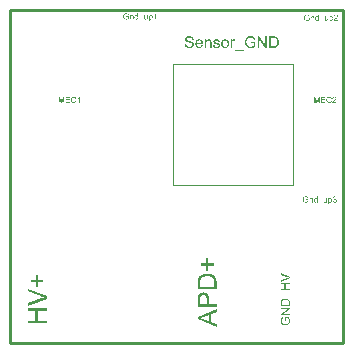
<source format=gto>
%FSLAX25Y25*%
%MOIN*%
G70*
G01*
G75*
G04:AMPARAMS|DCode=10|XSize=59.06mil|YSize=118.11mil|CornerRadius=14.76mil|HoleSize=0mil|Usage=FLASHONLY|Rotation=180.000|XOffset=0mil|YOffset=0mil|HoleType=Round|Shape=RoundedRectangle|*
%AMROUNDEDRECTD10*
21,1,0.05906,0.08858,0,0,180.0*
21,1,0.02953,0.11811,0,0,180.0*
1,1,0.02953,-0.01476,0.04429*
1,1,0.02953,0.01476,0.04429*
1,1,0.02953,0.01476,-0.04429*
1,1,0.02953,-0.01476,-0.04429*
%
%ADD10ROUNDEDRECTD10*%
G04:AMPARAMS|DCode=11|XSize=393.7mil|YSize=393.7mil|CornerRadius=98.43mil|HoleSize=0mil|Usage=FLASHONLY|Rotation=0.000|XOffset=0mil|YOffset=0mil|HoleType=Round|Shape=RoundedRectangle|*
%AMROUNDEDRECTD11*
21,1,0.39370,0.19685,0,0,0.0*
21,1,0.19685,0.39370,0,0,0.0*
1,1,0.19685,0.09843,-0.09843*
1,1,0.19685,-0.09843,-0.09843*
1,1,0.19685,-0.09843,0.09843*
1,1,0.19685,0.09843,0.09843*
%
%ADD11ROUNDEDRECTD11*%
G04:AMPARAMS|DCode=12|XSize=401.58mil|YSize=118.11mil|CornerRadius=29.53mil|HoleSize=0mil|Usage=FLASHONLY|Rotation=0.000|XOffset=0mil|YOffset=0mil|HoleType=Round|Shape=RoundedRectangle|*
%AMROUNDEDRECTD12*
21,1,0.40158,0.05906,0,0,0.0*
21,1,0.34252,0.11811,0,0,0.0*
1,1,0.05906,0.17126,-0.02953*
1,1,0.05906,-0.17126,-0.02953*
1,1,0.05906,-0.17126,0.02953*
1,1,0.05906,0.17126,0.02953*
%
%ADD12ROUNDEDRECTD12*%
%ADD13C,0.05906*%
%ADD14C,0.07874*%
G04:AMPARAMS|DCode=15|XSize=78.74mil|YSize=78.74mil|CornerRadius=19.69mil|HoleSize=0mil|Usage=FLASHONLY|Rotation=0.000|XOffset=0mil|YOffset=0mil|HoleType=Round|Shape=RoundedRectangle|*
%AMROUNDEDRECTD15*
21,1,0.07874,0.03937,0,0,0.0*
21,1,0.03937,0.07874,0,0,0.0*
1,1,0.03937,0.01969,-0.01969*
1,1,0.03937,-0.01969,-0.01969*
1,1,0.03937,-0.01969,0.01969*
1,1,0.03937,0.01969,0.01969*
%
%ADD15ROUNDEDRECTD15*%
G04:AMPARAMS|DCode=16|XSize=86.61mil|YSize=86.61mil|CornerRadius=21.65mil|HoleSize=0mil|Usage=FLASHONLY|Rotation=90.000|XOffset=0mil|YOffset=0mil|HoleType=Round|Shape=RoundedRectangle|*
%AMROUNDEDRECTD16*
21,1,0.08661,0.04331,0,0,90.0*
21,1,0.04331,0.08661,0,0,90.0*
1,1,0.04331,0.02165,0.02165*
1,1,0.04331,0.02165,-0.02165*
1,1,0.04331,-0.02165,-0.02165*
1,1,0.04331,-0.02165,0.02165*
%
%ADD16ROUNDEDRECTD16*%
G04:AMPARAMS|DCode=17|XSize=86.61mil|YSize=86.61mil|CornerRadius=21.65mil|HoleSize=0mil|Usage=FLASHONLY|Rotation=0.000|XOffset=0mil|YOffset=0mil|HoleType=Round|Shape=RoundedRectangle|*
%AMROUNDEDRECTD17*
21,1,0.08661,0.04331,0,0,0.0*
21,1,0.04331,0.08661,0,0,0.0*
1,1,0.04331,0.02165,-0.02165*
1,1,0.04331,-0.02165,-0.02165*
1,1,0.04331,-0.02165,0.02165*
1,1,0.04331,0.02165,0.02165*
%
%ADD17ROUNDEDRECTD17*%
%ADD18C,0.01575*%
%ADD19C,0.00394*%
%ADD20C,0.01000*%
G36*
X63184Y101269D02*
X63235Y101263D01*
X63287Y101252D01*
X63350Y101240D01*
X63418Y101229D01*
X63561Y101183D01*
X63635Y101149D01*
X63715Y101115D01*
X63789Y101069D01*
X63863Y101017D01*
X63938Y100960D01*
X64006Y100892D01*
X64012Y100886D01*
X64023Y100875D01*
X64040Y100852D01*
X64063Y100823D01*
X64092Y100783D01*
X64121Y100738D01*
X64155Y100681D01*
X64189Y100618D01*
X64218Y100544D01*
X64252Y100464D01*
X64280Y100378D01*
X64309Y100281D01*
X64332Y100178D01*
X64349Y100070D01*
X64360Y99950D01*
X64366Y99824D01*
Y99818D01*
Y99790D01*
Y99750D01*
X64360Y99699D01*
X62282D01*
Y99693D01*
Y99676D01*
X62288Y99653D01*
Y99624D01*
X62293Y99584D01*
X62299Y99539D01*
X62322Y99436D01*
X62356Y99322D01*
X62402Y99208D01*
X62459Y99093D01*
X62539Y98990D01*
X62550Y98979D01*
X62579Y98950D01*
X62630Y98916D01*
X62699Y98871D01*
X62784Y98825D01*
X62881Y98791D01*
X62996Y98762D01*
X63121Y98751D01*
X63167D01*
X63213Y98756D01*
X63275Y98768D01*
X63344Y98785D01*
X63418Y98808D01*
X63492Y98836D01*
X63567Y98882D01*
X63572Y98888D01*
X63595Y98911D01*
X63629Y98939D01*
X63675Y98990D01*
X63721Y99048D01*
X63772Y99128D01*
X63818Y99219D01*
X63863Y99322D01*
X64349Y99259D01*
Y99253D01*
X64343Y99242D01*
X64337Y99219D01*
X64326Y99190D01*
X64315Y99150D01*
X64297Y99110D01*
X64252Y99013D01*
X64195Y98911D01*
X64121Y98796D01*
X64029Y98694D01*
X63921Y98597D01*
X63915D01*
X63909Y98585D01*
X63886Y98574D01*
X63863Y98562D01*
X63835Y98545D01*
X63795Y98522D01*
X63755Y98499D01*
X63704Y98482D01*
X63589Y98437D01*
X63452Y98397D01*
X63292Y98374D01*
X63121Y98362D01*
X63064D01*
X63018Y98368D01*
X62967Y98374D01*
X62910Y98379D01*
X62841Y98391D01*
X62773Y98408D01*
X62619Y98454D01*
X62533Y98482D01*
X62453Y98517D01*
X62373Y98562D01*
X62293Y98614D01*
X62219Y98671D01*
X62151Y98734D01*
X62145Y98739D01*
X62133Y98751D01*
X62116Y98773D01*
X62093Y98802D01*
X62071Y98842D01*
X62036Y98888D01*
X62008Y98945D01*
X61974Y99008D01*
X61939Y99076D01*
X61911Y99156D01*
X61876Y99242D01*
X61854Y99339D01*
X61831Y99442D01*
X61814Y99550D01*
X61802Y99664D01*
X61796Y99790D01*
Y99796D01*
Y99818D01*
Y99858D01*
X61802Y99904D01*
X61808Y99967D01*
X61814Y100035D01*
X61825Y100110D01*
X61842Y100195D01*
X61882Y100367D01*
X61916Y100458D01*
X61951Y100549D01*
X61991Y100641D01*
X62036Y100726D01*
X62093Y100812D01*
X62156Y100886D01*
X62162Y100892D01*
X62173Y100903D01*
X62196Y100920D01*
X62219Y100949D01*
X62259Y100978D01*
X62299Y101012D01*
X62350Y101046D01*
X62407Y101080D01*
X62470Y101115D01*
X62545Y101155D01*
X62619Y101183D01*
X62704Y101212D01*
X62790Y101240D01*
X62887Y101257D01*
X62990Y101269D01*
X63093Y101275D01*
X63144D01*
X63184Y101269D01*
D02*
G37*
G36*
X71835D02*
X71880Y101263D01*
X71938Y101257D01*
X72000Y101246D01*
X72075Y101229D01*
X72223Y101183D01*
X72297Y101155D01*
X72377Y101115D01*
X72457Y101075D01*
X72537Y101023D01*
X72611Y100966D01*
X72680Y100898D01*
X72685Y100892D01*
X72697Y100881D01*
X72714Y100858D01*
X72737Y100829D01*
X72765Y100789D01*
X72794Y100743D01*
X72828Y100686D01*
X72862Y100624D01*
X72897Y100555D01*
X72931Y100475D01*
X72960Y100389D01*
X72988Y100298D01*
X73011Y100195D01*
X73028Y100087D01*
X73040Y99973D01*
X73045Y99853D01*
Y99847D01*
Y99830D01*
Y99801D01*
Y99767D01*
X73040Y99721D01*
Y99664D01*
X73034Y99607D01*
X73022Y99544D01*
X73005Y99413D01*
X72977Y99270D01*
X72937Y99133D01*
X72880Y99008D01*
Y99002D01*
X72874Y98996D01*
X72862Y98979D01*
X72851Y98956D01*
X72811Y98899D01*
X72760Y98831D01*
X72697Y98756D01*
X72617Y98676D01*
X72520Y98597D01*
X72411Y98528D01*
X72406D01*
X72400Y98522D01*
X72383Y98511D01*
X72360Y98505D01*
X72331Y98488D01*
X72297Y98477D01*
X72211Y98448D01*
X72109Y98414D01*
X71995Y98391D01*
X71869Y98368D01*
X71738Y98362D01*
X71680D01*
X71640Y98368D01*
X71589Y98374D01*
X71532Y98379D01*
X71469Y98391D01*
X71401Y98408D01*
X71252Y98454D01*
X71172Y98482D01*
X71092Y98517D01*
X71018Y98562D01*
X70938Y98614D01*
X70864Y98671D01*
X70796Y98734D01*
X70790Y98739D01*
X70778Y98751D01*
X70761Y98773D01*
X70738Y98802D01*
X70710Y98842D01*
X70681Y98888D01*
X70647Y98945D01*
X70618Y99013D01*
X70584Y99082D01*
X70550Y99162D01*
X70521Y99253D01*
X70493Y99350D01*
X70470Y99453D01*
X70453Y99567D01*
X70441Y99687D01*
X70436Y99818D01*
Y99830D01*
Y99853D01*
X70441Y99893D01*
Y99944D01*
X70447Y100007D01*
X70459Y100081D01*
X70470Y100161D01*
X70487Y100252D01*
X70510Y100344D01*
X70539Y100435D01*
X70573Y100532D01*
X70618Y100624D01*
X70664Y100715D01*
X70721Y100806D01*
X70790Y100886D01*
X70864Y100960D01*
X70870Y100966D01*
X70881Y100972D01*
X70898Y100989D01*
X70927Y101012D01*
X70961Y101035D01*
X71007Y101058D01*
X71052Y101086D01*
X71109Y101120D01*
X71167Y101149D01*
X71235Y101177D01*
X71384Y101223D01*
X71555Y101263D01*
X71640Y101269D01*
X71738Y101275D01*
X71795D01*
X71835Y101269D01*
D02*
G37*
G36*
X88063Y102262D02*
X88171Y102257D01*
X88285Y102245D01*
X88394Y102228D01*
X88491Y102211D01*
X88497D01*
X88508Y102205D01*
X88525D01*
X88548Y102194D01*
X88611Y102177D01*
X88685Y102148D01*
X88776Y102114D01*
X88868Y102062D01*
X88965Y102005D01*
X89056Y101937D01*
X89062D01*
X89068Y101925D01*
X89085Y101908D01*
X89107Y101891D01*
X89159Y101834D01*
X89227Y101760D01*
X89302Y101663D01*
X89376Y101554D01*
X89444Y101423D01*
X89507Y101280D01*
Y101275D01*
X89513Y101263D01*
X89524Y101240D01*
X89530Y101212D01*
X89541Y101172D01*
X89559Y101126D01*
X89570Y101075D01*
X89587Y101017D01*
X89599Y100949D01*
X89610Y100881D01*
X89639Y100726D01*
X89656Y100555D01*
X89661Y100367D01*
Y100361D01*
Y100349D01*
Y100327D01*
Y100292D01*
X89656Y100252D01*
Y100212D01*
X89650Y100104D01*
X89639Y99984D01*
X89616Y99853D01*
X89593Y99721D01*
X89559Y99590D01*
Y99584D01*
X89553Y99573D01*
X89547Y99556D01*
X89541Y99533D01*
X89519Y99470D01*
X89490Y99396D01*
X89450Y99304D01*
X89404Y99213D01*
X89353Y99116D01*
X89296Y99031D01*
X89290Y99019D01*
X89267Y98996D01*
X89233Y98950D01*
X89193Y98905D01*
X89142Y98848D01*
X89079Y98785D01*
X89010Y98728D01*
X88942Y98676D01*
X88936Y98671D01*
X88908Y98654D01*
X88868Y98631D01*
X88816Y98608D01*
X88748Y98574D01*
X88668Y98545D01*
X88582Y98517D01*
X88485Y98488D01*
X88474D01*
X88456Y98482D01*
X88439Y98477D01*
X88382Y98471D01*
X88308Y98460D01*
X88217Y98448D01*
X88114Y98437D01*
X87994Y98431D01*
X87868Y98425D01*
X86487D01*
Y102268D01*
X87960D01*
X88063Y102262D01*
D02*
G37*
G36*
X12205Y15679D02*
Y14807D01*
X5899Y12371D01*
Y13280D01*
X10490Y14920D01*
X10499D01*
X10518Y14929D01*
X10546Y14939D01*
X10584Y14957D01*
X10687Y14985D01*
X10827Y15032D01*
X10987Y15088D01*
X11155Y15145D01*
X11521Y15248D01*
X11511D01*
X11493Y15257D01*
X11474Y15267D01*
X11436Y15276D01*
X11333Y15304D01*
X11202Y15351D01*
X11043Y15398D01*
X10865Y15454D01*
X10677Y15519D01*
X10490Y15585D01*
X5899Y17300D01*
Y18143D01*
X12205Y15679D01*
D02*
G37*
G36*
X9450Y21141D02*
X11183D01*
Y20411D01*
X9450D01*
Y18696D01*
X8728D01*
Y20411D01*
X7014D01*
Y21141D01*
X8728D01*
Y22856D01*
X9450D01*
Y21141D01*
D02*
G37*
G36*
X78076Y97357D02*
X74952D01*
Y97700D01*
X78076D01*
Y97357D01*
D02*
G37*
G36*
X104418Y46289D02*
X102777D01*
Y46469D01*
X104418D01*
Y46289D01*
D02*
G37*
G36*
X74707Y101269D02*
X74770Y101257D01*
X74844Y101234D01*
X74924Y101212D01*
X75015Y101172D01*
X75107Y101120D01*
X74935Y100686D01*
X74929Y100692D01*
X74907Y100704D01*
X74872Y100721D01*
X74827Y100738D01*
X74775Y100755D01*
X74718Y100772D01*
X74655Y100783D01*
X74593Y100789D01*
X74564D01*
X74536Y100783D01*
X74501Y100778D01*
X74456Y100766D01*
X74410Y100749D01*
X74358Y100726D01*
X74313Y100692D01*
X74307Y100686D01*
X74296Y100675D01*
X74273Y100652D01*
X74244Y100624D01*
X74216Y100589D01*
X74193Y100544D01*
X74164Y100492D01*
X74142Y100435D01*
X74136Y100424D01*
X74130Y100389D01*
X74119Y100338D01*
X74107Y100269D01*
X74090Y100190D01*
X74079Y100098D01*
X74073Y99990D01*
X74067Y99881D01*
Y98425D01*
X73593D01*
Y101212D01*
X74022D01*
Y100795D01*
X74027Y100801D01*
X74050Y100835D01*
X74079Y100886D01*
X74119Y100949D01*
X74164Y101012D01*
X74216Y101080D01*
X74267Y101137D01*
X74318Y101177D01*
X74324Y101183D01*
X74341Y101195D01*
X74370Y101206D01*
X74410Y101229D01*
X74456Y101246D01*
X74507Y101257D01*
X74558Y101269D01*
X74621Y101275D01*
X74661D01*
X74707Y101269D01*
D02*
G37*
G36*
X66342D02*
X66404Y101263D01*
X66473Y101252D01*
X66553Y101234D01*
X66633Y101212D01*
X66713Y101183D01*
X66724Y101177D01*
X66747Y101166D01*
X66787Y101149D01*
X66833Y101120D01*
X66884Y101086D01*
X66935Y101046D01*
X66987Y100995D01*
X67027Y100943D01*
X67033Y100938D01*
X67044Y100915D01*
X67061Y100886D01*
X67084Y100846D01*
X67112Y100795D01*
X67135Y100732D01*
X67158Y100669D01*
X67175Y100595D01*
Y100589D01*
X67181Y100572D01*
X67187Y100538D01*
X67192Y100487D01*
Y100424D01*
X67198Y100349D01*
X67204Y100252D01*
Y100138D01*
Y98425D01*
X66730D01*
Y100115D01*
Y100121D01*
Y100127D01*
Y100161D01*
Y100212D01*
X66724Y100281D01*
X66719Y100349D01*
X66707Y100424D01*
X66690Y100492D01*
X66673Y100549D01*
Y100555D01*
X66661Y100572D01*
X66650Y100601D01*
X66627Y100629D01*
X66599Y100669D01*
X66564Y100704D01*
X66524Y100743D01*
X66473Y100778D01*
X66467Y100783D01*
X66450Y100789D01*
X66422Y100806D01*
X66382Y100823D01*
X66336Y100835D01*
X66279Y100852D01*
X66216Y100858D01*
X66148Y100863D01*
X66096D01*
X66045Y100852D01*
X65970Y100840D01*
X65891Y100818D01*
X65805Y100783D01*
X65719Y100732D01*
X65634Y100669D01*
X65622Y100658D01*
X65599Y100629D01*
X65582Y100606D01*
X65565Y100578D01*
X65548Y100544D01*
X65525Y100504D01*
X65502Y100458D01*
X65485Y100407D01*
X65468Y100349D01*
X65451Y100281D01*
X65439Y100207D01*
X65428Y100127D01*
X65417Y100041D01*
Y99944D01*
Y98425D01*
X64943D01*
Y101212D01*
X65371D01*
Y100812D01*
X65377Y100818D01*
X65388Y100835D01*
X65405Y100858D01*
X65428Y100886D01*
X65457Y100920D01*
X65497Y100960D01*
X65542Y101000D01*
X65594Y101046D01*
X65651Y101086D01*
X65719Y101126D01*
X65794Y101166D01*
X65868Y101200D01*
X65953Y101234D01*
X66045Y101257D01*
X66148Y101269D01*
X66250Y101275D01*
X66290D01*
X66342Y101269D01*
D02*
G37*
G36*
X80331Y102331D02*
X80371D01*
X80474Y102319D01*
X80588Y102302D01*
X80719Y102279D01*
X80845Y102245D01*
X80976Y102199D01*
X80982D01*
X80993Y102194D01*
X81011Y102188D01*
X81033Y102177D01*
X81091Y102142D01*
X81170Y102102D01*
X81251Y102045D01*
X81342Y101982D01*
X81428Y101908D01*
X81502Y101823D01*
X81513Y101811D01*
X81536Y101777D01*
X81570Y101726D01*
X81610Y101651D01*
X81656Y101560D01*
X81707Y101452D01*
X81753Y101332D01*
X81793Y101189D01*
X81336Y101063D01*
Y101069D01*
X81330Y101075D01*
X81319Y101115D01*
X81302Y101166D01*
X81279Y101234D01*
X81245Y101309D01*
X81211Y101383D01*
X81165Y101457D01*
X81119Y101526D01*
X81113Y101531D01*
X81096Y101554D01*
X81068Y101583D01*
X81028Y101623D01*
X80976Y101669D01*
X80914Y101714D01*
X80839Y101760D01*
X80754Y101800D01*
X80742Y101805D01*
X80714Y101817D01*
X80662Y101834D01*
X80599Y101851D01*
X80525Y101868D01*
X80434Y101885D01*
X80337Y101897D01*
X80228Y101903D01*
X80171D01*
X80103Y101897D01*
X80023Y101891D01*
X79926Y101874D01*
X79829Y101857D01*
X79726Y101828D01*
X79623Y101794D01*
X79612Y101788D01*
X79583Y101777D01*
X79537Y101748D01*
X79480Y101720D01*
X79412Y101674D01*
X79343Y101628D01*
X79275Y101571D01*
X79212Y101509D01*
X79206Y101503D01*
X79189Y101480D01*
X79161Y101446D01*
X79126Y101400D01*
X79086Y101343D01*
X79046Y101280D01*
X79006Y101206D01*
X78972Y101132D01*
Y101126D01*
X78966Y101115D01*
X78961Y101098D01*
X78949Y101069D01*
X78938Y101035D01*
X78926Y100995D01*
X78915Y100949D01*
X78904Y100898D01*
X78875Y100783D01*
X78852Y100652D01*
X78835Y100509D01*
X78829Y100355D01*
Y100349D01*
Y100332D01*
Y100304D01*
X78835Y100269D01*
Y100224D01*
X78841Y100172D01*
X78847Y100115D01*
X78852Y100052D01*
X78869Y99921D01*
X78904Y99773D01*
X78944Y99630D01*
X79001Y99493D01*
Y99487D01*
X79006Y99476D01*
X79018Y99459D01*
X79035Y99436D01*
X79075Y99373D01*
X79132Y99299D01*
X79206Y99213D01*
X79292Y99128D01*
X79395Y99048D01*
X79515Y98979D01*
X79520D01*
X79532Y98973D01*
X79549Y98962D01*
X79572Y98956D01*
X79606Y98939D01*
X79640Y98928D01*
X79732Y98899D01*
X79840Y98865D01*
X79966Y98842D01*
X80097Y98819D01*
X80234Y98813D01*
X80291D01*
X80320Y98819D01*
X80354D01*
X80440Y98831D01*
X80537Y98842D01*
X80645Y98865D01*
X80759Y98899D01*
X80879Y98939D01*
X80885D01*
X80891Y98945D01*
X80908Y98950D01*
X80931Y98962D01*
X80988Y98985D01*
X81056Y99019D01*
X81136Y99059D01*
X81216Y99110D01*
X81290Y99162D01*
X81359Y99213D01*
Y99933D01*
X80228D01*
Y100384D01*
X81856D01*
Y98956D01*
X81850Y98950D01*
X81839Y98945D01*
X81816Y98928D01*
X81793Y98911D01*
X81759Y98882D01*
X81713Y98853D01*
X81667Y98825D01*
X81616Y98791D01*
X81502Y98716D01*
X81370Y98642D01*
X81228Y98574D01*
X81079Y98511D01*
X81073D01*
X81062Y98505D01*
X81039Y98499D01*
X81011Y98488D01*
X80976Y98477D01*
X80931Y98465D01*
X80879Y98448D01*
X80828Y98437D01*
X80702Y98408D01*
X80565Y98385D01*
X80417Y98368D01*
X80263Y98362D01*
X80206D01*
X80166Y98368D01*
X80120D01*
X80057Y98374D01*
X79994Y98385D01*
X79920Y98391D01*
X79766Y98419D01*
X79589Y98465D01*
X79412Y98522D01*
X79235Y98602D01*
X79229Y98608D01*
X79212Y98614D01*
X79189Y98625D01*
X79161Y98648D01*
X79121Y98671D01*
X79075Y98705D01*
X78972Y98779D01*
X78864Y98876D01*
X78744Y98996D01*
X78635Y99139D01*
X78538Y99299D01*
Y99304D01*
X78527Y99322D01*
X78515Y99344D01*
X78504Y99379D01*
X78487Y99424D01*
X78464Y99476D01*
X78441Y99533D01*
X78424Y99602D01*
X78401Y99676D01*
X78378Y99756D01*
X78338Y99927D01*
X78316Y100121D01*
X78304Y100327D01*
Y100332D01*
Y100349D01*
Y100384D01*
X78310Y100424D01*
Y100475D01*
X78316Y100532D01*
X78321Y100595D01*
X78333Y100669D01*
X78361Y100829D01*
X78401Y101006D01*
X78458Y101195D01*
X78538Y101377D01*
X78544Y101383D01*
X78550Y101400D01*
X78561Y101423D01*
X78584Y101457D01*
X78607Y101497D01*
X78635Y101543D01*
X78710Y101651D01*
X78807Y101766D01*
X78921Y101885D01*
X79058Y102000D01*
X79132Y102051D01*
X79212Y102097D01*
X79218Y102102D01*
X79235Y102108D01*
X79258Y102120D01*
X79292Y102137D01*
X79332Y102154D01*
X79383Y102171D01*
X79440Y102194D01*
X79503Y102217D01*
X79577Y102240D01*
X79652Y102262D01*
X79737Y102279D01*
X79823Y102297D01*
X80017Y102325D01*
X80223Y102337D01*
X80291D01*
X80331Y102331D01*
D02*
G37*
G36*
X85630Y98425D02*
X85110D01*
X83089Y101440D01*
Y98425D01*
X82604D01*
Y102268D01*
X83118D01*
X85145Y99247D01*
Y102268D01*
X85630D01*
Y98425D01*
D02*
G37*
G36*
X21386Y82131D02*
X21414Y82128D01*
X21443Y82125D01*
X21476Y82122D01*
X21516Y82116D01*
X21594Y82095D01*
X21680Y82068D01*
X21723Y82050D01*
X21765Y82029D01*
X21806Y82005D01*
X21846Y81978D01*
X21848Y81975D01*
X21855Y81972D01*
X21867Y81963D01*
X21879Y81951D01*
X21896Y81933D01*
X21914Y81915D01*
X21936Y81891D01*
X21960Y81867D01*
X21983Y81837D01*
X22007Y81804D01*
X22031Y81771D01*
X22055Y81732D01*
X22080Y81690D01*
X22100Y81645D01*
X22118Y81597D01*
X22137Y81546D01*
X21872Y81483D01*
Y81486D01*
X21869Y81492D01*
X21867Y81504D01*
X21860Y81519D01*
X21851Y81537D01*
X21843Y81558D01*
X21818Y81606D01*
X21791Y81657D01*
X21756Y81711D01*
X21713Y81762D01*
X21666Y81804D01*
X21659Y81807D01*
X21642Y81819D01*
X21614Y81837D01*
X21576Y81855D01*
X21528Y81873D01*
X21471Y81891D01*
X21405Y81903D01*
X21332Y81906D01*
X21308D01*
X21294Y81903D01*
X21272D01*
X21251Y81900D01*
X21197Y81891D01*
X21135Y81879D01*
X21068Y81858D01*
X21005Y81831D01*
X20943Y81792D01*
X20940D01*
X20936Y81786D01*
X20919Y81771D01*
X20888Y81747D01*
X20855Y81714D01*
X20820Y81669D01*
X20784Y81618D01*
X20751Y81558D01*
X20723Y81492D01*
Y81489D01*
X20720Y81483D01*
X20718Y81474D01*
X20715Y81459D01*
X20708Y81444D01*
X20703Y81423D01*
X20694Y81375D01*
X20682Y81315D01*
X20670Y81249D01*
X20663Y81180D01*
X20661Y81105D01*
Y81102D01*
Y81093D01*
Y81081D01*
Y81063D01*
X20663Y81039D01*
Y81012D01*
X20666Y80985D01*
X20670Y80952D01*
X20678Y80883D01*
X20694Y80805D01*
X20711Y80730D01*
X20735Y80655D01*
Y80652D01*
X20739Y80646D01*
X20744Y80637D01*
X20751Y80625D01*
X20768Y80589D01*
X20793Y80547D01*
X20825Y80499D01*
X20865Y80454D01*
X20912Y80406D01*
X20967Y80367D01*
X20969D01*
X20973Y80364D01*
X20981Y80358D01*
X20993Y80352D01*
X21026Y80337D01*
X21068Y80322D01*
X21120Y80304D01*
X21180Y80289D01*
X21242Y80277D01*
X21312Y80274D01*
X21332D01*
X21348Y80277D01*
X21369D01*
X21389Y80280D01*
X21443Y80289D01*
X21500Y80307D01*
X21564Y80328D01*
X21630Y80361D01*
X21659Y80379D01*
X21689Y80403D01*
X21692Y80406D01*
X21696Y80409D01*
X21704Y80418D01*
X21713Y80427D01*
X21729Y80442D01*
X21741Y80457D01*
X21774Y80499D01*
X21810Y80553D01*
X21846Y80619D01*
X21879Y80697D01*
X21903Y80787D01*
X22170Y80718D01*
Y80715D01*
X22166Y80703D01*
X22161Y80688D01*
X22154Y80664D01*
X22142Y80637D01*
X22130Y80604D01*
X22118Y80571D01*
X22100Y80532D01*
X22059Y80451D01*
X22007Y80370D01*
X21974Y80328D01*
X21941Y80289D01*
X21905Y80250D01*
X21867Y80217D01*
X21863Y80214D01*
X21858Y80211D01*
X21846Y80202D01*
X21827Y80190D01*
X21806Y80178D01*
X21779Y80163D01*
X21753Y80148D01*
X21716Y80133D01*
X21680Y80115D01*
X21639Y80100D01*
X21597Y80085D01*
X21549Y80073D01*
X21497Y80061D01*
X21447Y80052D01*
X21389Y80049D01*
X21332Y80046D01*
X21303D01*
X21279Y80049D01*
X21251D01*
X21218Y80052D01*
X21182Y80058D01*
X21144Y80064D01*
X21059Y80079D01*
X20969Y80103D01*
X20883Y80136D01*
X20841Y80154D01*
X20801Y80178D01*
X20798Y80181D01*
X20793Y80184D01*
X20784Y80193D01*
X20768Y80202D01*
X20751Y80217D01*
X20732Y80232D01*
X20687Y80277D01*
X20637Y80331D01*
X20583Y80397D01*
X20535Y80472D01*
X20490Y80562D01*
Y80565D01*
X20486Y80574D01*
X20481Y80586D01*
X20474Y80607D01*
X20466Y80628D01*
X20457Y80658D01*
X20448Y80688D01*
X20438Y80724D01*
X20426Y80763D01*
X20417Y80805D01*
X20403Y80898D01*
X20391Y80997D01*
X20384Y81105D01*
Y81108D01*
Y81120D01*
Y81135D01*
X20388Y81159D01*
Y81186D01*
X20391Y81216D01*
X20393Y81252D01*
X20400Y81291D01*
X20414Y81378D01*
X20436Y81471D01*
X20466Y81564D01*
X20504Y81654D01*
Y81657D01*
X20511Y81663D01*
X20516Y81675D01*
X20526Y81693D01*
X20540Y81711D01*
X20556Y81735D01*
X20592Y81786D01*
X20640Y81843D01*
X20699Y81903D01*
X20768Y81960D01*
X20846Y82011D01*
X20850D01*
X20855Y82017D01*
X20867Y82023D01*
X20886Y82029D01*
X20907Y82041D01*
X20931Y82050D01*
X20960Y82062D01*
X20990Y82074D01*
X21026Y82083D01*
X21062Y82095D01*
X21147Y82116D01*
X21237Y82128D01*
X21336Y82134D01*
X21365D01*
X21386Y82131D01*
D02*
G37*
G36*
X68963Y101269D02*
X69037Y101263D01*
X69128Y101252D01*
X69225Y101234D01*
X69322Y101212D01*
X69419Y101177D01*
X69425D01*
X69431Y101172D01*
X69459Y101160D01*
X69505Y101137D01*
X69556Y101109D01*
X69619Y101075D01*
X69676Y101029D01*
X69733Y100978D01*
X69785Y100920D01*
X69791Y100915D01*
X69802Y100892D01*
X69825Y100858D01*
X69853Y100806D01*
X69876Y100743D01*
X69905Y100675D01*
X69928Y100589D01*
X69950Y100492D01*
X69488Y100429D01*
Y100441D01*
X69482Y100464D01*
X69471Y100504D01*
X69454Y100549D01*
X69425Y100601D01*
X69397Y100658D01*
X69351Y100715D01*
X69299Y100761D01*
X69294Y100766D01*
X69271Y100778D01*
X69237Y100801D01*
X69191Y100823D01*
X69134Y100846D01*
X69060Y100869D01*
X68974Y100881D01*
X68877Y100886D01*
X68826D01*
X68768Y100881D01*
X68700Y100875D01*
X68620Y100858D01*
X68546Y100840D01*
X68471Y100812D01*
X68414Y100778D01*
X68409Y100772D01*
X68392Y100761D01*
X68369Y100738D01*
X68346Y100704D01*
X68323Y100669D01*
X68300Y100624D01*
X68283Y100578D01*
X68277Y100526D01*
Y100521D01*
Y100509D01*
X68283Y100492D01*
Y100469D01*
X68300Y100418D01*
X68335Y100361D01*
X68340Y100355D01*
X68346Y100349D01*
X68380Y100315D01*
X68403Y100298D01*
X68432Y100275D01*
X68471Y100252D01*
X68511Y100235D01*
X68517D01*
X68529Y100230D01*
X68551Y100224D01*
X68591Y100207D01*
X68648Y100190D01*
X68717Y100172D01*
X68763Y100155D01*
X68814Y100144D01*
X68866Y100127D01*
X68928Y100110D01*
X68934D01*
X68951Y100104D01*
X68974Y100098D01*
X69008Y100087D01*
X69048Y100075D01*
X69100Y100064D01*
X69202Y100035D01*
X69317Y100001D01*
X69437Y99961D01*
X69539Y99927D01*
X69585Y99910D01*
X69625Y99893D01*
X69636Y99887D01*
X69659Y99875D01*
X69693Y99858D01*
X69739Y99830D01*
X69791Y99796D01*
X69842Y99750D01*
X69893Y99699D01*
X69939Y99641D01*
X69945Y99636D01*
X69956Y99613D01*
X69973Y99579D01*
X69996Y99533D01*
X70019Y99476D01*
X70036Y99407D01*
X70047Y99327D01*
X70053Y99242D01*
Y99230D01*
Y99202D01*
X70047Y99156D01*
X70036Y99099D01*
X70019Y99031D01*
X69990Y98956D01*
X69956Y98876D01*
X69910Y98796D01*
X69905Y98785D01*
X69888Y98762D01*
X69853Y98722D01*
X69808Y98676D01*
X69750Y98625D01*
X69682Y98568D01*
X69602Y98517D01*
X69511Y98471D01*
X69499Y98465D01*
X69465Y98454D01*
X69414Y98437D01*
X69339Y98419D01*
X69254Y98397D01*
X69157Y98379D01*
X69048Y98368D01*
X68928Y98362D01*
X68877D01*
X68837Y98368D01*
X68791D01*
X68740Y98374D01*
X68620Y98391D01*
X68489Y98419D01*
X68352Y98454D01*
X68220Y98511D01*
X68157Y98545D01*
X68100Y98585D01*
X68095D01*
X68089Y98597D01*
X68055Y98631D01*
X68009Y98682D01*
X67946Y98756D01*
X67889Y98848D01*
X67826Y98968D01*
X67775Y99105D01*
X67741Y99259D01*
X68209Y99333D01*
Y99327D01*
Y99322D01*
X68214Y99287D01*
X68232Y99236D01*
X68249Y99173D01*
X68277Y99105D01*
X68312Y99031D01*
X68363Y98962D01*
X68420Y98899D01*
X68432Y98893D01*
X68454Y98876D01*
X68494Y98853D01*
X68551Y98825D01*
X68626Y98796D01*
X68711Y98773D01*
X68814Y98756D01*
X68928Y98751D01*
X68980D01*
X69037Y98756D01*
X69111Y98768D01*
X69185Y98785D01*
X69265Y98808D01*
X69339Y98836D01*
X69408Y98882D01*
X69414Y98888D01*
X69431Y98905D01*
X69459Y98933D01*
X69488Y98968D01*
X69516Y99013D01*
X69545Y99070D01*
X69562Y99128D01*
X69568Y99190D01*
Y99196D01*
Y99219D01*
X69562Y99247D01*
X69551Y99282D01*
X69534Y99322D01*
X69505Y99362D01*
X69471Y99407D01*
X69425Y99442D01*
X69419Y99447D01*
X69402Y99453D01*
X69374Y99464D01*
X69328Y99487D01*
X69265Y99510D01*
X69179Y99533D01*
X69134Y99550D01*
X69077Y99567D01*
X69014Y99584D01*
X68945Y99602D01*
X68940D01*
X68923Y99607D01*
X68894Y99613D01*
X68860Y99624D01*
X68820Y99636D01*
X68768Y99647D01*
X68660Y99681D01*
X68540Y99716D01*
X68420Y99756D01*
X68312Y99790D01*
X68266Y99813D01*
X68226Y99830D01*
X68214Y99836D01*
X68192Y99847D01*
X68157Y99870D01*
X68112Y99898D01*
X68066Y99938D01*
X68015Y99984D01*
X67963Y100035D01*
X67923Y100092D01*
X67918Y100098D01*
X67906Y100121D01*
X67889Y100155D01*
X67872Y100207D01*
X67855Y100258D01*
X67838Y100327D01*
X67826Y100395D01*
X67821Y100469D01*
Y100481D01*
Y100504D01*
X67826Y100538D01*
X67832Y100584D01*
X67838Y100635D01*
X67855Y100692D01*
X67872Y100755D01*
X67901Y100812D01*
X67906Y100818D01*
X67918Y100840D01*
X67935Y100869D01*
X67963Y100903D01*
X67998Y100949D01*
X68037Y100995D01*
X68083Y101040D01*
X68135Y101080D01*
X68140Y101086D01*
X68157Y101092D01*
X68180Y101109D01*
X68214Y101126D01*
X68255Y101149D01*
X68306Y101172D01*
X68363Y101195D01*
X68432Y101217D01*
X68443D01*
X68466Y101229D01*
X68506Y101234D01*
X68557Y101246D01*
X68620Y101257D01*
X68688Y101263D01*
X68763Y101275D01*
X68900D01*
X68963Y101269D01*
D02*
G37*
G36*
X106842Y48344D02*
X106860Y48341D01*
X106905Y48335D01*
X106956Y48323D01*
X107010Y48305D01*
X107067Y48281D01*
X107121Y48248D01*
X107124D01*
X107127Y48245D01*
X107145Y48230D01*
X107169Y48209D01*
X107202Y48179D01*
X107238Y48140D01*
X107274Y48092D01*
X107307Y48038D01*
X107337Y47975D01*
Y47972D01*
X107340Y47966D01*
X107343Y47957D01*
X107349Y47945D01*
X107355Y47927D01*
X107361Y47909D01*
X107376Y47861D01*
X107388Y47804D01*
X107400Y47741D01*
X107409Y47669D01*
X107412Y47591D01*
Y47588D01*
Y47582D01*
Y47570D01*
Y47552D01*
X107409Y47534D01*
Y47510D01*
X107403Y47456D01*
X107391Y47393D01*
X107379Y47324D01*
X107358Y47255D01*
X107331Y47186D01*
Y47183D01*
X107328Y47177D01*
X107322Y47168D01*
X107316Y47156D01*
X107298Y47123D01*
X107271Y47084D01*
X107238Y47039D01*
X107199Y46994D01*
X107151Y46949D01*
X107097Y46910D01*
X107094D01*
X107091Y46907D01*
X107082Y46901D01*
X107070Y46895D01*
X107040Y46880D01*
X106998Y46865D01*
X106950Y46847D01*
X106896Y46832D01*
X106836Y46820D01*
X106773Y46817D01*
X106752D01*
X106728Y46820D01*
X106698Y46823D01*
X106665Y46829D01*
X106629Y46838D01*
X106590Y46850D01*
X106551Y46868D01*
X106548Y46871D01*
X106536Y46877D01*
X106518Y46889D01*
X106494Y46904D01*
X106470Y46922D01*
X106443Y46946D01*
X106416Y46970D01*
X106392Y47000D01*
Y46289D01*
X106143D01*
Y48314D01*
X106371D01*
Y48122D01*
X106374Y48128D01*
X106386Y48140D01*
X106401Y48161D01*
X106422Y48185D01*
X106449Y48212D01*
X106479Y48239D01*
X106512Y48266D01*
X106548Y48290D01*
X106554Y48293D01*
X106566Y48299D01*
X106587Y48308D01*
X106617Y48320D01*
X106653Y48329D01*
X106695Y48338D01*
X106743Y48344D01*
X106794Y48347D01*
X106824D01*
X106842Y48344D01*
D02*
G37*
G36*
X102615Y46850D02*
X102384D01*
Y47033D01*
X102381Y47030D01*
X102378Y47024D01*
X102369Y47012D01*
X102357Y47000D01*
X102342Y46982D01*
X102324Y46964D01*
X102303Y46946D01*
X102279Y46925D01*
X102252Y46904D01*
X102222Y46886D01*
X102189Y46868D01*
X102150Y46850D01*
X102111Y46838D01*
X102069Y46826D01*
X102021Y46820D01*
X101973Y46817D01*
X101955D01*
X101943Y46820D01*
X101910Y46823D01*
X101868Y46829D01*
X101817Y46841D01*
X101763Y46859D01*
X101709Y46880D01*
X101652Y46913D01*
X101649D01*
X101646Y46919D01*
X101628Y46931D01*
X101601Y46952D01*
X101568Y46982D01*
X101532Y47021D01*
X101493Y47066D01*
X101457Y47120D01*
X101424Y47180D01*
Y47183D01*
X101421Y47189D01*
X101418Y47198D01*
X101412Y47210D01*
X101406Y47228D01*
X101400Y47246D01*
X101385Y47294D01*
X101370Y47354D01*
X101358Y47423D01*
X101349Y47498D01*
X101346Y47579D01*
Y47582D01*
Y47588D01*
Y47600D01*
Y47615D01*
X101349Y47636D01*
Y47657D01*
X101355Y47711D01*
X101364Y47771D01*
X101376Y47840D01*
X101394Y47906D01*
X101418Y47975D01*
Y47978D01*
X101421Y47984D01*
X101427Y47993D01*
X101433Y48005D01*
X101448Y48038D01*
X101472Y48077D01*
X101502Y48122D01*
X101541Y48167D01*
X101583Y48212D01*
X101634Y48251D01*
X101637D01*
X101640Y48254D01*
X101649Y48260D01*
X101661Y48266D01*
X101691Y48281D01*
X101730Y48299D01*
X101778Y48317D01*
X101835Y48332D01*
X101895Y48344D01*
X101961Y48347D01*
X101982D01*
X102009Y48344D01*
X102039Y48341D01*
X102075Y48332D01*
X102117Y48323D01*
X102156Y48308D01*
X102195Y48290D01*
X102201Y48287D01*
X102213Y48281D01*
X102231Y48269D01*
X102255Y48251D01*
X102282Y48230D01*
X102312Y48206D01*
X102339Y48179D01*
X102366Y48146D01*
Y48869D01*
X102615D01*
Y46850D01*
D02*
G37*
G36*
X98703Y48902D02*
X98724D01*
X98778Y48896D01*
X98838Y48887D01*
X98907Y48875D01*
X98973Y48857D01*
X99042Y48833D01*
X99045D01*
X99051Y48830D01*
X99060Y48827D01*
X99072Y48821D01*
X99102Y48803D01*
X99144Y48782D01*
X99186Y48752D01*
X99234Y48719D01*
X99279Y48680D01*
X99318Y48635D01*
X99324Y48629D01*
X99336Y48611D01*
X99354Y48584D01*
X99375Y48545D01*
X99399Y48497D01*
X99426Y48440D01*
X99450Y48377D01*
X99471Y48302D01*
X99231Y48236D01*
Y48239D01*
X99228Y48242D01*
X99222Y48263D01*
X99213Y48290D01*
X99201Y48326D01*
X99183Y48365D01*
X99165Y48404D01*
X99141Y48443D01*
X99117Y48479D01*
X99114Y48482D01*
X99105Y48494D01*
X99090Y48509D01*
X99069Y48530D01*
X99042Y48554D01*
X99009Y48578D01*
X98970Y48602D01*
X98925Y48623D01*
X98919Y48626D01*
X98904Y48632D01*
X98877Y48641D01*
X98844Y48650D01*
X98805Y48659D01*
X98757Y48668D01*
X98706Y48674D01*
X98649Y48677D01*
X98619D01*
X98583Y48674D01*
X98541Y48671D01*
X98490Y48662D01*
X98439Y48653D01*
X98385Y48638D01*
X98331Y48620D01*
X98325Y48617D01*
X98310Y48611D01*
X98286Y48596D01*
X98256Y48581D01*
X98220Y48557D01*
X98184Y48533D01*
X98148Y48503D01*
X98115Y48470D01*
X98112Y48467D01*
X98103Y48455D01*
X98088Y48437D01*
X98070Y48413D01*
X98049Y48383D01*
X98028Y48350D01*
X98007Y48311D01*
X97989Y48272D01*
Y48269D01*
X97986Y48263D01*
X97983Y48254D01*
X97977Y48239D01*
X97971Y48221D01*
X97965Y48200D01*
X97959Y48176D01*
X97953Y48149D01*
X97938Y48089D01*
X97926Y48020D01*
X97917Y47945D01*
X97914Y47864D01*
Y47861D01*
Y47852D01*
Y47837D01*
X97917Y47819D01*
Y47795D01*
X97920Y47768D01*
X97923Y47738D01*
X97926Y47705D01*
X97935Y47636D01*
X97953Y47558D01*
X97974Y47483D01*
X98004Y47411D01*
Y47408D01*
X98007Y47402D01*
X98013Y47393D01*
X98022Y47381D01*
X98043Y47348D01*
X98073Y47309D01*
X98112Y47264D01*
X98157Y47219D01*
X98211Y47177D01*
X98274Y47141D01*
X98277D01*
X98283Y47138D01*
X98292Y47132D01*
X98304Y47129D01*
X98322Y47120D01*
X98340Y47114D01*
X98388Y47099D01*
X98445Y47081D01*
X98511Y47069D01*
X98580Y47057D01*
X98652Y47054D01*
X98682D01*
X98697Y47057D01*
X98715D01*
X98760Y47063D01*
X98811Y47069D01*
X98868Y47081D01*
X98928Y47099D01*
X98991Y47120D01*
X98994D01*
X98997Y47123D01*
X99006Y47126D01*
X99018Y47132D01*
X99048Y47144D01*
X99084Y47162D01*
X99126Y47183D01*
X99168Y47210D01*
X99207Y47237D01*
X99243Y47264D01*
Y47642D01*
X98649D01*
Y47879D01*
X99504D01*
Y47129D01*
X99501Y47126D01*
X99495Y47123D01*
X99483Y47114D01*
X99471Y47105D01*
X99453Y47090D01*
X99429Y47075D01*
X99405Y47060D01*
X99378Y47042D01*
X99318Y47003D01*
X99249Y46964D01*
X99174Y46928D01*
X99096Y46895D01*
X99093D01*
X99087Y46892D01*
X99075Y46889D01*
X99060Y46883D01*
X99042Y46877D01*
X99018Y46871D01*
X98991Y46862D01*
X98964Y46856D01*
X98898Y46841D01*
X98826Y46829D01*
X98748Y46820D01*
X98667Y46817D01*
X98637D01*
X98616Y46820D01*
X98592D01*
X98559Y46823D01*
X98526Y46829D01*
X98487Y46832D01*
X98406Y46847D01*
X98313Y46871D01*
X98220Y46901D01*
X98127Y46943D01*
X98124Y46946D01*
X98115Y46949D01*
X98103Y46955D01*
X98088Y46967D01*
X98067Y46979D01*
X98043Y46997D01*
X97989Y47036D01*
X97932Y47087D01*
X97869Y47150D01*
X97812Y47225D01*
X97761Y47309D01*
Y47312D01*
X97755Y47321D01*
X97749Y47333D01*
X97743Y47351D01*
X97734Y47375D01*
X97722Y47402D01*
X97710Y47432D01*
X97701Y47468D01*
X97689Y47507D01*
X97677Y47549D01*
X97656Y47639D01*
X97644Y47741D01*
X97638Y47849D01*
Y47852D01*
Y47861D01*
Y47879D01*
X97641Y47900D01*
Y47927D01*
X97644Y47957D01*
X97647Y47990D01*
X97653Y48029D01*
X97668Y48113D01*
X97689Y48206D01*
X97719Y48305D01*
X97761Y48401D01*
X97764Y48404D01*
X97767Y48413D01*
X97773Y48425D01*
X97785Y48443D01*
X97797Y48464D01*
X97812Y48488D01*
X97851Y48545D01*
X97902Y48605D01*
X97962Y48668D01*
X98034Y48728D01*
X98073Y48755D01*
X98115Y48779D01*
X98118Y48782D01*
X98127Y48785D01*
X98139Y48791D01*
X98157Y48800D01*
X98178Y48809D01*
X98205Y48818D01*
X98235Y48830D01*
X98268Y48842D01*
X98307Y48854D01*
X98346Y48866D01*
X98391Y48875D01*
X98436Y48884D01*
X98538Y48899D01*
X98646Y48905D01*
X98682D01*
X98703Y48902D01*
D02*
G37*
G36*
X105756Y46850D02*
X105534D01*
Y47063D01*
X105531Y47060D01*
X105525Y47054D01*
X105516Y47039D01*
X105501Y47024D01*
X105486Y47006D01*
X105465Y46985D01*
X105438Y46964D01*
X105411Y46940D01*
X105378Y46916D01*
X105342Y46895D01*
X105306Y46874D01*
X105264Y46856D01*
X105219Y46841D01*
X105171Y46829D01*
X105120Y46820D01*
X105066Y46817D01*
X105045D01*
X105018Y46820D01*
X104988Y46823D01*
X104949Y46829D01*
X104910Y46838D01*
X104865Y46850D01*
X104823Y46865D01*
X104817Y46868D01*
X104805Y46874D01*
X104784Y46886D01*
X104760Y46901D01*
X104733Y46919D01*
X104706Y46940D01*
X104682Y46964D01*
X104658Y46991D01*
X104655Y46994D01*
X104649Y47006D01*
X104640Y47021D01*
X104628Y47042D01*
X104616Y47069D01*
X104604Y47099D01*
X104592Y47135D01*
X104583Y47174D01*
Y47177D01*
X104580Y47189D01*
X104577Y47204D01*
Y47231D01*
X104574Y47261D01*
X104571Y47303D01*
X104568Y47351D01*
Y47405D01*
Y48314D01*
X104817D01*
Y47501D01*
Y47498D01*
Y47492D01*
Y47483D01*
Y47471D01*
Y47435D01*
X104820Y47396D01*
Y47351D01*
X104823Y47306D01*
X104826Y47267D01*
X104832Y47237D01*
Y47234D01*
X104838Y47222D01*
X104844Y47204D01*
X104853Y47183D01*
X104865Y47159D01*
X104880Y47132D01*
X104901Y47108D01*
X104928Y47084D01*
X104931Y47081D01*
X104943Y47075D01*
X104958Y47066D01*
X104982Y47057D01*
X105009Y47048D01*
X105042Y47039D01*
X105078Y47033D01*
X105117Y47030D01*
X105135D01*
X105156Y47033D01*
X105186Y47036D01*
X105216Y47045D01*
X105252Y47054D01*
X105288Y47069D01*
X105324Y47087D01*
X105327Y47090D01*
X105339Y47099D01*
X105357Y47111D01*
X105378Y47129D01*
X105402Y47150D01*
X105426Y47177D01*
X105447Y47207D01*
X105465Y47240D01*
X105468Y47246D01*
X105471Y47258D01*
X105477Y47282D01*
X105486Y47312D01*
X105495Y47354D01*
X105501Y47402D01*
X105504Y47462D01*
X105507Y47528D01*
Y48314D01*
X105756D01*
Y46850D01*
D02*
G37*
G36*
X108333Y48872D02*
X108372Y48866D01*
X108420Y48857D01*
X108471Y48845D01*
X108522Y48827D01*
X108576Y48803D01*
X108579D01*
X108582Y48800D01*
X108600Y48791D01*
X108624Y48773D01*
X108657Y48752D01*
X108690Y48725D01*
X108726Y48689D01*
X108762Y48653D01*
X108792Y48608D01*
X108795Y48602D01*
X108804Y48587D01*
X108816Y48563D01*
X108831Y48530D01*
X108843Y48491D01*
X108855Y48449D01*
X108864Y48401D01*
X108867Y48350D01*
Y48344D01*
Y48329D01*
X108864Y48302D01*
X108858Y48272D01*
X108849Y48233D01*
X108837Y48194D01*
X108819Y48152D01*
X108795Y48110D01*
X108792Y48104D01*
X108783Y48092D01*
X108765Y48074D01*
X108744Y48050D01*
X108714Y48023D01*
X108678Y47996D01*
X108636Y47966D01*
X108588Y47942D01*
X108591D01*
X108597Y47939D01*
X108606Y47936D01*
X108618Y47933D01*
X108648Y47921D01*
X108690Y47906D01*
X108732Y47882D01*
X108780Y47852D01*
X108825Y47816D01*
X108864Y47771D01*
X108867Y47765D01*
X108879Y47747D01*
X108897Y47720D01*
X108915Y47681D01*
X108933Y47636D01*
X108951Y47579D01*
X108963Y47516D01*
X108966Y47447D01*
Y47444D01*
Y47435D01*
Y47423D01*
X108963Y47402D01*
X108960Y47381D01*
X108957Y47354D01*
X108951Y47324D01*
X108942Y47291D01*
X108918Y47222D01*
X108903Y47186D01*
X108885Y47147D01*
X108861Y47108D01*
X108834Y47072D01*
X108804Y47036D01*
X108771Y47000D01*
X108768Y46997D01*
X108762Y46991D01*
X108750Y46982D01*
X108738Y46973D01*
X108717Y46958D01*
X108696Y46943D01*
X108669Y46925D01*
X108639Y46910D01*
X108606Y46892D01*
X108567Y46874D01*
X108528Y46859D01*
X108486Y46847D01*
X108438Y46835D01*
X108390Y46826D01*
X108339Y46820D01*
X108285Y46817D01*
X108258D01*
X108240Y46820D01*
X108219Y46823D01*
X108192Y46826D01*
X108162Y46829D01*
X108129Y46838D01*
X108060Y46856D01*
X107985Y46883D01*
X107949Y46901D01*
X107910Y46922D01*
X107874Y46946D01*
X107841Y46973D01*
X107838Y46976D01*
X107835Y46979D01*
X107826Y46988D01*
X107814Y47003D01*
X107799Y47018D01*
X107784Y47036D01*
X107769Y47060D01*
X107751Y47084D01*
X107715Y47144D01*
X107685Y47216D01*
X107658Y47297D01*
X107649Y47339D01*
X107643Y47387D01*
X107892Y47420D01*
Y47417D01*
X107895Y47411D01*
X107898Y47399D01*
X107901Y47384D01*
X107904Y47369D01*
X107910Y47348D01*
X107925Y47303D01*
X107946Y47252D01*
X107970Y47201D01*
X108000Y47153D01*
X108036Y47114D01*
X108042Y47111D01*
X108054Y47099D01*
X108075Y47084D01*
X108105Y47069D01*
X108141Y47051D01*
X108183Y47036D01*
X108231Y47024D01*
X108285Y47021D01*
X108303D01*
X108315Y47024D01*
X108348Y47027D01*
X108390Y47036D01*
X108435Y47051D01*
X108486Y47072D01*
X108534Y47102D01*
X108582Y47141D01*
X108588Y47147D01*
X108600Y47162D01*
X108621Y47189D01*
X108642Y47222D01*
X108663Y47267D01*
X108684Y47318D01*
X108696Y47375D01*
X108702Y47438D01*
Y47441D01*
Y47447D01*
Y47456D01*
X108699Y47468D01*
X108696Y47498D01*
X108687Y47537D01*
X108675Y47582D01*
X108654Y47630D01*
X108627Y47675D01*
X108588Y47720D01*
X108582Y47726D01*
X108567Y47738D01*
X108543Y47756D01*
X108510Y47777D01*
X108471Y47795D01*
X108423Y47813D01*
X108366Y47825D01*
X108306Y47831D01*
X108279D01*
X108258Y47828D01*
X108234Y47825D01*
X108204Y47819D01*
X108171Y47813D01*
X108132Y47804D01*
X108159Y48023D01*
X108174D01*
X108186Y48020D01*
X108225D01*
X108255Y48023D01*
X108294Y48029D01*
X108339Y48041D01*
X108384Y48053D01*
X108435Y48074D01*
X108483Y48101D01*
X108486D01*
X108489Y48104D01*
X108504Y48116D01*
X108525Y48137D01*
X108549Y48164D01*
X108570Y48200D01*
X108591Y48245D01*
X108606Y48296D01*
X108612Y48326D01*
Y48356D01*
Y48359D01*
Y48362D01*
Y48380D01*
X108606Y48404D01*
X108600Y48434D01*
X108588Y48470D01*
X108573Y48509D01*
X108549Y48545D01*
X108519Y48581D01*
X108516Y48584D01*
X108501Y48596D01*
X108483Y48611D01*
X108453Y48626D01*
X108420Y48644D01*
X108378Y48656D01*
X108333Y48668D01*
X108279Y48671D01*
X108255D01*
X108228Y48665D01*
X108195Y48659D01*
X108156Y48647D01*
X108117Y48632D01*
X108078Y48608D01*
X108039Y48578D01*
X108036Y48575D01*
X108024Y48560D01*
X108006Y48539D01*
X107988Y48512D01*
X107967Y48473D01*
X107946Y48425D01*
X107928Y48371D01*
X107916Y48308D01*
X107667Y48353D01*
Y48356D01*
X107670Y48365D01*
X107673Y48377D01*
X107676Y48395D01*
X107682Y48413D01*
X107691Y48437D01*
X107709Y48494D01*
X107736Y48554D01*
X107772Y48620D01*
X107817Y48680D01*
X107871Y48737D01*
X107874Y48740D01*
X107880Y48743D01*
X107889Y48749D01*
X107901Y48758D01*
X107916Y48770D01*
X107934Y48782D01*
X107958Y48794D01*
X107982Y48806D01*
X108039Y48830D01*
X108108Y48854D01*
X108186Y48869D01*
X108228Y48875D01*
X108300D01*
X108333Y48872D01*
D02*
G37*
G36*
X100602Y48344D02*
X100635Y48341D01*
X100671Y48335D01*
X100713Y48326D01*
X100755Y48314D01*
X100797Y48299D01*
X100803Y48296D01*
X100815Y48290D01*
X100836Y48281D01*
X100860Y48266D01*
X100887Y48248D01*
X100914Y48227D01*
X100941Y48200D01*
X100962Y48173D01*
X100965Y48170D01*
X100971Y48158D01*
X100980Y48143D01*
X100992Y48122D01*
X101007Y48095D01*
X101019Y48062D01*
X101031Y48029D01*
X101040Y47990D01*
Y47987D01*
X101043Y47978D01*
X101046Y47960D01*
X101049Y47933D01*
Y47900D01*
X101052Y47861D01*
X101055Y47810D01*
Y47750D01*
Y46850D01*
X100806D01*
Y47738D01*
Y47741D01*
Y47744D01*
Y47762D01*
Y47789D01*
X100803Y47825D01*
X100800Y47861D01*
X100794Y47900D01*
X100785Y47936D01*
X100776Y47966D01*
Y47969D01*
X100770Y47978D01*
X100764Y47993D01*
X100752Y48008D01*
X100737Y48029D01*
X100719Y48047D01*
X100698Y48068D01*
X100671Y48086D01*
X100668Y48089D01*
X100659Y48092D01*
X100644Y48101D01*
X100623Y48110D01*
X100599Y48116D01*
X100569Y48125D01*
X100536Y48128D01*
X100500Y48131D01*
X100473D01*
X100446Y48125D01*
X100407Y48119D01*
X100365Y48107D01*
X100320Y48089D01*
X100275Y48062D01*
X100230Y48029D01*
X100224Y48023D01*
X100212Y48008D01*
X100203Y47996D01*
X100194Y47981D01*
X100185Y47963D01*
X100173Y47942D01*
X100161Y47918D01*
X100152Y47891D01*
X100143Y47861D01*
X100134Y47825D01*
X100128Y47786D01*
X100122Y47744D01*
X100116Y47699D01*
Y47648D01*
Y46850D01*
X99867D01*
Y48314D01*
X100092D01*
Y48104D01*
X100095Y48107D01*
X100101Y48116D01*
X100110Y48128D01*
X100122Y48143D01*
X100137Y48161D01*
X100158Y48182D01*
X100182Y48203D01*
X100209Y48227D01*
X100239Y48248D01*
X100275Y48269D01*
X100314Y48290D01*
X100353Y48308D01*
X100398Y48326D01*
X100446Y48338D01*
X100500Y48344D01*
X100554Y48347D01*
X100575D01*
X100602Y48344D01*
D02*
G37*
G36*
X92894Y8694D02*
X92898Y8685D01*
X92912Y8667D01*
X92925Y8649D01*
X92948Y8622D01*
X92970Y8586D01*
X92993Y8550D01*
X93020Y8510D01*
X93078Y8420D01*
X93137Y8317D01*
X93190Y8204D01*
X93240Y8088D01*
Y8083D01*
X93244Y8074D01*
X93249Y8056D01*
X93258Y8034D01*
X93267Y8007D01*
X93276Y7971D01*
X93289Y7931D01*
X93298Y7890D01*
X93321Y7791D01*
X93339Y7683D01*
X93352Y7567D01*
X93357Y7446D01*
Y7441D01*
Y7428D01*
Y7401D01*
X93352Y7369D01*
Y7333D01*
X93348Y7284D01*
X93339Y7235D01*
X93334Y7176D01*
X93312Y7055D01*
X93276Y6916D01*
X93231Y6777D01*
X93168Y6637D01*
X93163Y6633D01*
X93159Y6619D01*
X93150Y6601D01*
X93132Y6579D01*
X93114Y6548D01*
X93087Y6512D01*
X93029Y6431D01*
X92952Y6346D01*
X92858Y6251D01*
X92746Y6166D01*
X92620Y6090D01*
X92616D01*
X92602Y6081D01*
X92584Y6072D01*
X92557Y6063D01*
X92521Y6049D01*
X92481Y6031D01*
X92436Y6013D01*
X92382Y6000D01*
X92324Y5982D01*
X92261Y5964D01*
X92126Y5932D01*
X91974Y5914D01*
X91812Y5906D01*
X91767D01*
X91736Y5910D01*
X91695D01*
X91650Y5914D01*
X91601Y5919D01*
X91543Y5928D01*
X91417Y5950D01*
X91278Y5982D01*
X91129Y6027D01*
X90986Y6090D01*
X90981Y6094D01*
X90968Y6099D01*
X90950Y6108D01*
X90923Y6126D01*
X90891Y6143D01*
X90856Y6166D01*
X90770Y6224D01*
X90680Y6301D01*
X90586Y6390D01*
X90496Y6498D01*
X90456Y6557D01*
X90420Y6619D01*
X90416Y6624D01*
X90411Y6637D01*
X90402Y6655D01*
X90389Y6682D01*
X90375Y6714D01*
X90362Y6754D01*
X90344Y6799D01*
X90326Y6848D01*
X90308Y6907D01*
X90290Y6965D01*
X90276Y7033D01*
X90263Y7100D01*
X90240Y7253D01*
X90231Y7414D01*
Y7419D01*
Y7428D01*
Y7446D01*
Y7468D01*
X90236Y7500D01*
Y7531D01*
X90245Y7612D01*
X90258Y7701D01*
X90276Y7805D01*
X90303Y7904D01*
X90339Y8007D01*
Y8011D01*
X90344Y8020D01*
X90348Y8034D01*
X90357Y8052D01*
X90384Y8097D01*
X90416Y8160D01*
X90460Y8222D01*
X90510Y8294D01*
X90568Y8361D01*
X90636Y8420D01*
X90645Y8429D01*
X90671Y8447D01*
X90712Y8474D01*
X90770Y8505D01*
X90842Y8541D01*
X90927Y8582D01*
X91022Y8618D01*
X91134Y8649D01*
X91233Y8290D01*
X91228D01*
X91224Y8285D01*
X91192Y8276D01*
X91152Y8263D01*
X91098Y8245D01*
X91040Y8218D01*
X90981Y8191D01*
X90923Y8155D01*
X90869Y8119D01*
X90864Y8115D01*
X90847Y8101D01*
X90824Y8079D01*
X90793Y8047D01*
X90757Y8007D01*
X90721Y7957D01*
X90685Y7899D01*
X90654Y7832D01*
X90649Y7823D01*
X90640Y7800D01*
X90627Y7760D01*
X90613Y7711D01*
X90600Y7652D01*
X90586Y7580D01*
X90577Y7504D01*
X90573Y7419D01*
Y7414D01*
Y7405D01*
Y7392D01*
Y7374D01*
X90577Y7320D01*
X90582Y7257D01*
X90595Y7181D01*
X90609Y7104D01*
X90631Y7023D01*
X90658Y6943D01*
X90662Y6934D01*
X90671Y6911D01*
X90694Y6875D01*
X90716Y6831D01*
X90752Y6777D01*
X90788Y6723D01*
X90833Y6669D01*
X90882Y6619D01*
X90887Y6615D01*
X90905Y6601D01*
X90932Y6579D01*
X90968Y6552D01*
X91013Y6521D01*
X91062Y6489D01*
X91120Y6458D01*
X91179Y6431D01*
X91183D01*
X91192Y6426D01*
X91206Y6422D01*
X91228Y6413D01*
X91255Y6404D01*
X91287Y6395D01*
X91322Y6386D01*
X91363Y6377D01*
X91453Y6355D01*
X91556Y6336D01*
X91668Y6323D01*
X91790Y6319D01*
X91830D01*
X91857Y6323D01*
X91893D01*
X91933Y6328D01*
X91978Y6332D01*
X92027Y6336D01*
X92131Y6350D01*
X92247Y6377D01*
X92360Y6408D01*
X92467Y6453D01*
X92472D01*
X92481Y6458D01*
X92494Y6467D01*
X92512Y6480D01*
X92562Y6512D01*
X92620Y6557D01*
X92687Y6615D01*
X92755Y6682D01*
X92818Y6763D01*
X92872Y6857D01*
Y6862D01*
X92876Y6871D01*
X92885Y6884D01*
X92889Y6902D01*
X92903Y6929D01*
X92912Y6956D01*
X92934Y7028D01*
X92961Y7113D01*
X92979Y7212D01*
X92997Y7315D01*
X93002Y7423D01*
Y7428D01*
Y7437D01*
Y7450D01*
Y7468D01*
X92997Y7491D01*
Y7517D01*
X92988Y7585D01*
X92979Y7661D01*
X92961Y7746D01*
X92934Y7836D01*
X92903Y7931D01*
Y7935D01*
X92898Y7940D01*
X92894Y7953D01*
X92885Y7971D01*
X92867Y8016D01*
X92840Y8070D01*
X92809Y8133D01*
X92768Y8195D01*
X92728Y8254D01*
X92687Y8308D01*
X92122D01*
Y7419D01*
X91767D01*
Y8698D01*
X92889D01*
X92894Y8694D01*
D02*
G37*
G36*
X93307Y19717D02*
X91884D01*
Y18150D01*
X93307D01*
Y17750D01*
X90285D01*
Y18150D01*
X91529D01*
Y19717D01*
X90285D01*
Y20116D01*
X93307D01*
Y19717D01*
D02*
G37*
G36*
Y22056D02*
Y21639D01*
X90285Y20471D01*
Y20907D01*
X92485Y21692D01*
X92490D01*
X92499Y21697D01*
X92512Y21701D01*
X92530Y21710D01*
X92580Y21724D01*
X92647Y21746D01*
X92723Y21773D01*
X92804Y21800D01*
X92979Y21849D01*
X92975D01*
X92966Y21854D01*
X92957Y21858D01*
X92939Y21863D01*
X92889Y21876D01*
X92827Y21899D01*
X92750Y21921D01*
X92665Y21948D01*
X92575Y21980D01*
X92485Y22011D01*
X90285Y22833D01*
Y23237D01*
X93307Y22056D01*
D02*
G37*
G36*
X12205Y10797D02*
X9234D01*
Y7527D01*
X12205D01*
Y6693D01*
X5899D01*
Y7527D01*
X8494D01*
Y10797D01*
X5899D01*
Y11631D01*
X12205D01*
Y10797D01*
D02*
G37*
G36*
X93307Y11258D02*
X90936Y9668D01*
X93307D01*
Y9286D01*
X90285D01*
Y9691D01*
X92660Y11285D01*
X90285D01*
Y11666D01*
X93307D01*
Y11258D01*
D02*
G37*
G36*
X91870Y14832D02*
X91902D01*
X91987Y14827D01*
X92081Y14818D01*
X92185Y14800D01*
X92288Y14782D01*
X92391Y14755D01*
X92396D01*
X92405Y14751D01*
X92418Y14746D01*
X92436Y14742D01*
X92485Y14724D01*
X92544Y14701D01*
X92616Y14670D01*
X92687Y14634D01*
X92764Y14594D01*
X92831Y14549D01*
X92840Y14544D01*
X92858Y14526D01*
X92894Y14499D01*
X92930Y14468D01*
X92975Y14427D01*
X93024Y14378D01*
X93069Y14324D01*
X93110Y14270D01*
X93114Y14266D01*
X93128Y14243D01*
X93146Y14212D01*
X93163Y14172D01*
X93190Y14118D01*
X93213Y14055D01*
X93235Y13987D01*
X93258Y13911D01*
Y13907D01*
Y13902D01*
X93262Y13889D01*
X93267Y13875D01*
X93271Y13830D01*
X93280Y13772D01*
X93289Y13700D01*
X93298Y13619D01*
X93303Y13525D01*
X93307Y13426D01*
Y12340D01*
X90285D01*
Y13377D01*
Y13381D01*
Y13395D01*
Y13413D01*
Y13435D01*
Y13467D01*
Y13498D01*
X90290Y13579D01*
X90294Y13664D01*
X90303Y13754D01*
X90317Y13839D01*
X90330Y13916D01*
Y13920D01*
X90335Y13929D01*
Y13943D01*
X90344Y13961D01*
X90357Y14010D01*
X90380Y14068D01*
X90407Y14140D01*
X90447Y14212D01*
X90492Y14288D01*
X90546Y14360D01*
Y14365D01*
X90555Y14369D01*
X90568Y14383D01*
X90582Y14401D01*
X90627Y14441D01*
X90685Y14495D01*
X90761Y14553D01*
X90847Y14612D01*
X90950Y14665D01*
X91062Y14715D01*
X91067D01*
X91076Y14719D01*
X91093Y14728D01*
X91116Y14733D01*
X91147Y14742D01*
X91183Y14755D01*
X91224Y14764D01*
X91269Y14778D01*
X91322Y14787D01*
X91376Y14796D01*
X91498Y14818D01*
X91632Y14832D01*
X91781Y14836D01*
X91839D01*
X91870Y14832D01*
D02*
G37*
G36*
X94147Y14998D02*
X93877D01*
Y17454D01*
X94147D01*
Y14998D01*
D02*
G37*
G36*
X107236Y108974D02*
X107254Y108971D01*
X107299Y108965D01*
X107350Y108953D01*
X107404Y108935D01*
X107460Y108911D01*
X107515Y108878D01*
X107518D01*
X107520Y108875D01*
X107538Y108860D01*
X107562Y108839D01*
X107596Y108809D01*
X107632Y108770D01*
X107668Y108722D01*
X107701Y108668D01*
X107730Y108605D01*
Y108602D01*
X107734Y108596D01*
X107737Y108587D01*
X107743Y108575D01*
X107748Y108557D01*
X107755Y108539D01*
X107770Y108491D01*
X107782Y108434D01*
X107793Y108371D01*
X107802Y108299D01*
X107806Y108221D01*
Y108218D01*
Y108212D01*
Y108200D01*
Y108182D01*
X107802Y108164D01*
Y108140D01*
X107797Y108086D01*
X107784Y108023D01*
X107773Y107954D01*
X107752Y107885D01*
X107724Y107816D01*
Y107813D01*
X107721Y107807D01*
X107715Y107798D01*
X107710Y107786D01*
X107692Y107753D01*
X107665Y107714D01*
X107632Y107669D01*
X107592Y107624D01*
X107545Y107579D01*
X107491Y107540D01*
X107487D01*
X107484Y107537D01*
X107475Y107531D01*
X107464Y107525D01*
X107433Y107510D01*
X107392Y107495D01*
X107343Y107477D01*
X107290Y107462D01*
X107229Y107450D01*
X107167Y107447D01*
X107146D01*
X107122Y107450D01*
X107091Y107453D01*
X107059Y107459D01*
X107023Y107468D01*
X106983Y107480D01*
X106945Y107498D01*
X106941Y107501D01*
X106930Y107507D01*
X106912Y107519D01*
X106887Y107534D01*
X106863Y107552D01*
X106836Y107576D01*
X106809Y107600D01*
X106786Y107630D01*
Y106919D01*
X106536D01*
Y108944D01*
X106764D01*
Y108752D01*
X106767Y108758D01*
X106780Y108770D01*
X106795Y108791D01*
X106816Y108815D01*
X106843Y108842D01*
X106872Y108869D01*
X106905Y108896D01*
X106941Y108920D01*
X106948Y108923D01*
X106959Y108929D01*
X106981Y108938D01*
X107010Y108950D01*
X107046Y108959D01*
X107088Y108968D01*
X107136Y108974D01*
X107187Y108977D01*
X107218D01*
X107236Y108974D01*
D02*
G37*
G36*
X103008Y107480D02*
X102778D01*
Y107663D01*
X102775Y107660D01*
X102771Y107654D01*
X102762Y107642D01*
X102751Y107630D01*
X102735Y107612D01*
X102717Y107594D01*
X102697Y107576D01*
X102673Y107555D01*
X102646Y107534D01*
X102615Y107516D01*
X102583Y107498D01*
X102543Y107480D01*
X102505Y107468D01*
X102462Y107456D01*
X102415Y107450D01*
X102366Y107447D01*
X102348D01*
X102337Y107450D01*
X102304Y107453D01*
X102261Y107459D01*
X102210Y107471D01*
X102156Y107489D01*
X102102Y107510D01*
X102046Y107543D01*
X102042D01*
X102040Y107549D01*
X102022Y107561D01*
X101995Y107582D01*
X101962Y107612D01*
X101926Y107651D01*
X101886Y107696D01*
X101850Y107750D01*
X101818Y107810D01*
Y107813D01*
X101814Y107819D01*
X101812Y107828D01*
X101805Y107840D01*
X101799Y107858D01*
X101794Y107876D01*
X101778Y107924D01*
X101763Y107984D01*
X101751Y108053D01*
X101742Y108128D01*
X101740Y108209D01*
Y108212D01*
Y108218D01*
Y108230D01*
Y108245D01*
X101742Y108266D01*
Y108287D01*
X101749Y108341D01*
X101758Y108401D01*
X101769Y108470D01*
X101787Y108536D01*
X101812Y108605D01*
Y108608D01*
X101814Y108614D01*
X101821Y108623D01*
X101827Y108635D01*
X101841Y108668D01*
X101865Y108707D01*
X101895Y108752D01*
X101935Y108797D01*
X101977Y108842D01*
X102027Y108881D01*
X102031D01*
X102033Y108884D01*
X102042Y108890D01*
X102055Y108896D01*
X102085Y108911D01*
X102123Y108929D01*
X102172Y108947D01*
X102228Y108962D01*
X102288Y108974D01*
X102355Y108977D01*
X102375D01*
X102402Y108974D01*
X102433Y108971D01*
X102469Y108962D01*
X102510Y108953D01*
X102550Y108938D01*
X102588Y108920D01*
X102594Y108917D01*
X102606Y108911D01*
X102624Y108899D01*
X102648Y108881D01*
X102675Y108860D01*
X102706Y108836D01*
X102733Y108809D01*
X102760Y108776D01*
Y109499D01*
X103008D01*
Y107480D01*
D02*
G37*
G36*
X99097Y109532D02*
X99117D01*
X99172Y109526D01*
X99231Y109517D01*
X99300Y109505D01*
X99366Y109487D01*
X99436Y109463D01*
X99439D01*
X99445Y109460D01*
X99454Y109457D01*
X99466Y109451D01*
X99496Y109433D01*
X99537Y109412D01*
X99580Y109382D01*
X99628Y109349D01*
X99673Y109310D01*
X99712Y109265D01*
X99717Y109259D01*
X99730Y109241D01*
X99748Y109214D01*
X99769Y109175D01*
X99792Y109127D01*
X99819Y109070D01*
X99844Y109007D01*
X99865Y108932D01*
X99625Y108866D01*
Y108869D01*
X99621Y108872D01*
X99616Y108893D01*
X99607Y108920D01*
X99594Y108956D01*
X99576Y108995D01*
X99559Y109034D01*
X99534Y109073D01*
X99511Y109109D01*
X99507Y109112D01*
X99498Y109124D01*
X99484Y109139D01*
X99462Y109160D01*
X99436Y109184D01*
X99402Y109208D01*
X99363Y109232D01*
X99318Y109253D01*
X99313Y109256D01*
X99297Y109262D01*
X99270Y109271D01*
X99238Y109280D01*
X99199Y109289D01*
X99151Y109298D01*
X99099Y109304D01*
X99042Y109307D01*
X99013D01*
X98976Y109304D01*
X98935Y109301D01*
X98883Y109292D01*
X98832Y109283D01*
X98778Y109268D01*
X98725Y109250D01*
X98719Y109247D01*
X98703Y109241D01*
X98680Y109226D01*
X98650Y109211D01*
X98614Y109187D01*
X98577Y109163D01*
X98541Y109133D01*
X98509Y109100D01*
X98506Y109097D01*
X98497Y109085D01*
X98482Y109067D01*
X98463Y109043D01*
X98443Y109013D01*
X98422Y108980D01*
X98400Y108941D01*
X98383Y108902D01*
Y108899D01*
X98379Y108893D01*
X98377Y108884D01*
X98370Y108869D01*
X98365Y108851D01*
X98359Y108830D01*
X98352Y108806D01*
X98347Y108779D01*
X98331Y108719D01*
X98320Y108650D01*
X98311Y108575D01*
X98308Y108494D01*
Y108491D01*
Y108482D01*
Y108467D01*
X98311Y108449D01*
Y108425D01*
X98313Y108398D01*
X98317Y108368D01*
X98320Y108335D01*
X98329Y108266D01*
X98347Y108188D01*
X98368Y108113D01*
X98397Y108041D01*
Y108038D01*
X98400Y108032D01*
X98406Y108023D01*
X98415Y108011D01*
X98436Y107978D01*
X98466Y107939D01*
X98506Y107894D01*
X98550Y107849D01*
X98605Y107807D01*
X98668Y107771D01*
X98671D01*
X98677Y107768D01*
X98685Y107762D01*
X98698Y107759D01*
X98716Y107750D01*
X98734Y107744D01*
X98782Y107729D01*
X98839Y107711D01*
X98905Y107699D01*
X98974Y107687D01*
X99045Y107684D01*
X99076D01*
X99090Y107687D01*
X99108D01*
X99154Y107693D01*
X99204Y107699D01*
X99261Y107711D01*
X99322Y107729D01*
X99384Y107750D01*
X99388D01*
X99391Y107753D01*
X99400Y107756D01*
X99411Y107762D01*
X99441Y107774D01*
X99477Y107792D01*
X99519Y107813D01*
X99562Y107840D01*
X99600Y107867D01*
X99637Y107894D01*
Y108272D01*
X99042D01*
Y108509D01*
X99897D01*
Y107759D01*
X99894Y107756D01*
X99888Y107753D01*
X99876Y107744D01*
X99865Y107735D01*
X99847Y107720D01*
X99822Y107705D01*
X99799Y107690D01*
X99771Y107672D01*
X99712Y107633D01*
X99642Y107594D01*
X99568Y107558D01*
X99489Y107525D01*
X99487D01*
X99480Y107522D01*
X99468Y107519D01*
X99454Y107513D01*
X99436Y107507D01*
X99411Y107501D01*
X99384Y107492D01*
X99357Y107486D01*
X99291Y107471D01*
X99220Y107459D01*
X99142Y107450D01*
X99060Y107447D01*
X99031D01*
X99010Y107450D01*
X98985D01*
X98953Y107453D01*
X98919Y107459D01*
X98880Y107462D01*
X98800Y107477D01*
X98707Y107501D01*
X98614Y107531D01*
X98520Y107573D01*
X98518Y107576D01*
X98509Y107579D01*
X98497Y107585D01*
X98482Y107597D01*
X98461Y107609D01*
X98436Y107627D01*
X98383Y107666D01*
X98326Y107717D01*
X98263Y107780D01*
X98206Y107855D01*
X98154Y107939D01*
Y107942D01*
X98149Y107951D01*
X98142Y107963D01*
X98137Y107981D01*
X98128Y108005D01*
X98115Y108032D01*
X98103Y108062D01*
X98094Y108098D01*
X98083Y108137D01*
X98071Y108179D01*
X98049Y108269D01*
X98037Y108371D01*
X98032Y108479D01*
Y108482D01*
Y108491D01*
Y108509D01*
X98035Y108530D01*
Y108557D01*
X98037Y108587D01*
X98040Y108620D01*
X98046Y108659D01*
X98062Y108743D01*
X98083Y108836D01*
X98112Y108935D01*
X98154Y109031D01*
X98158Y109034D01*
X98160Y109043D01*
X98167Y109055D01*
X98178Y109073D01*
X98190Y109094D01*
X98206Y109118D01*
X98245Y109175D01*
X98295Y109235D01*
X98356Y109298D01*
X98427Y109358D01*
X98466Y109385D01*
X98509Y109409D01*
X98511Y109412D01*
X98520Y109415D01*
X98532Y109421D01*
X98550Y109430D01*
X98571Y109439D01*
X98598Y109448D01*
X98628Y109460D01*
X98662Y109472D01*
X98700Y109484D01*
X98739Y109496D01*
X98785Y109505D01*
X98830Y109514D01*
X98931Y109529D01*
X99040Y109535D01*
X99076D01*
X99097Y109532D01*
D02*
G37*
G36*
X106486Y82131D02*
X106514Y82128D01*
X106544Y82125D01*
X106577Y82122D01*
X106615Y82116D01*
X106693Y82095D01*
X106781Y82068D01*
X106823Y82050D01*
X106865Y82029D01*
X106906Y82005D01*
X106946Y81978D01*
X106948Y81975D01*
X106955Y81972D01*
X106966Y81963D01*
X106978Y81951D01*
X106997Y81933D01*
X107015Y81915D01*
X107036Y81891D01*
X107060Y81867D01*
X107083Y81837D01*
X107107Y81804D01*
X107132Y81771D01*
X107156Y81732D01*
X107179Y81690D01*
X107201Y81645D01*
X107219Y81597D01*
X107237Y81546D01*
X106973Y81483D01*
Y81486D01*
X106969Y81492D01*
X106966Y81504D01*
X106960Y81519D01*
X106951Y81537D01*
X106942Y81558D01*
X106919Y81606D01*
X106892Y81657D01*
X106855Y81711D01*
X106814Y81762D01*
X106765Y81804D01*
X106760Y81807D01*
X106741Y81819D01*
X106714Y81837D01*
X106676Y81855D01*
X106628Y81873D01*
X106570Y81891D01*
X106504Y81903D01*
X106432Y81906D01*
X106409D01*
X106394Y81903D01*
X106372D01*
X106351Y81900D01*
X106298Y81891D01*
X106235Y81879D01*
X106168Y81858D01*
X106105Y81831D01*
X106043Y81792D01*
X106040D01*
X106036Y81786D01*
X106018Y81771D01*
X105989Y81747D01*
X105956Y81714D01*
X105920Y81669D01*
X105884Y81618D01*
X105851Y81558D01*
X105824Y81492D01*
Y81489D01*
X105821Y81483D01*
X105817Y81474D01*
X105815Y81459D01*
X105808Y81444D01*
X105803Y81423D01*
X105793Y81375D01*
X105781Y81315D01*
X105770Y81249D01*
X105763Y81180D01*
X105761Y81105D01*
Y81102D01*
Y81093D01*
Y81081D01*
Y81063D01*
X105763Y81039D01*
Y81012D01*
X105766Y80985D01*
X105770Y80952D01*
X105779Y80883D01*
X105793Y80805D01*
X105812Y80730D01*
X105835Y80655D01*
Y80652D01*
X105839Y80646D01*
X105844Y80637D01*
X105851Y80625D01*
X105868Y80589D01*
X105893Y80547D01*
X105926Y80499D01*
X105965Y80454D01*
X106012Y80406D01*
X106067Y80367D01*
X106070D01*
X106072Y80364D01*
X106081Y80358D01*
X106094Y80352D01*
X106126Y80337D01*
X106168Y80322D01*
X106219Y80304D01*
X106280Y80289D01*
X106342Y80277D01*
X106412Y80274D01*
X106432D01*
X106448Y80277D01*
X106468D01*
X106490Y80280D01*
X106544Y80289D01*
X106600Y80307D01*
X106664Y80328D01*
X106729Y80361D01*
X106760Y80379D01*
X106790Y80403D01*
X106792Y80406D01*
X106796Y80409D01*
X106805Y80418D01*
X106814Y80427D01*
X106828Y80442D01*
X106841Y80457D01*
X106874Y80499D01*
X106910Y80553D01*
X106946Y80619D01*
X106978Y80697D01*
X107002Y80787D01*
X107270Y80718D01*
Y80715D01*
X107266Y80703D01*
X107261Y80688D01*
X107255Y80664D01*
X107243Y80637D01*
X107230Y80604D01*
X107219Y80571D01*
X107201Y80532D01*
X107159Y80451D01*
X107107Y80370D01*
X107074Y80328D01*
X107042Y80289D01*
X107006Y80250D01*
X106966Y80217D01*
X106964Y80214D01*
X106957Y80211D01*
X106946Y80202D01*
X106928Y80190D01*
X106906Y80178D01*
X106879Y80163D01*
X106852Y80148D01*
X106816Y80133D01*
X106781Y80115D01*
X106738Y80100D01*
X106696Y80085D01*
X106649Y80073D01*
X106597Y80061D01*
X106546Y80052D01*
X106490Y80049D01*
X106432Y80046D01*
X106403D01*
X106378Y80049D01*
X106351D01*
X106318Y80052D01*
X106282Y80058D01*
X106244Y80064D01*
X106159Y80079D01*
X106070Y80103D01*
X105982Y80136D01*
X105940Y80154D01*
X105902Y80178D01*
X105898Y80181D01*
X105893Y80184D01*
X105884Y80193D01*
X105868Y80202D01*
X105851Y80217D01*
X105833Y80232D01*
X105788Y80277D01*
X105736Y80331D01*
X105683Y80397D01*
X105634Y80472D01*
X105589Y80562D01*
Y80565D01*
X105587Y80574D01*
X105580Y80586D01*
X105575Y80607D01*
X105566Y80628D01*
X105556Y80658D01*
X105547Y80688D01*
X105538Y80724D01*
X105526Y80763D01*
X105517Y80805D01*
X105502Y80898D01*
X105491Y80997D01*
X105484Y81105D01*
Y81108D01*
Y81120D01*
Y81135D01*
X105488Y81159D01*
Y81186D01*
X105491Y81216D01*
X105493Y81252D01*
X105499Y81291D01*
X105515Y81378D01*
X105535Y81471D01*
X105566Y81564D01*
X105605Y81654D01*
Y81657D01*
X105611Y81663D01*
X105616Y81675D01*
X105625Y81693D01*
X105640Y81711D01*
X105656Y81735D01*
X105692Y81786D01*
X105739Y81843D01*
X105799Y81903D01*
X105868Y81960D01*
X105947Y82011D01*
X105949D01*
X105956Y82017D01*
X105967Y82023D01*
X105985Y82029D01*
X106007Y82041D01*
X106030Y82050D01*
X106061Y82062D01*
X106090Y82074D01*
X106126Y82083D01*
X106163Y82095D01*
X106246Y82116D01*
X106336Y82128D01*
X106436Y82134D01*
X106465D01*
X106486Y82131D01*
D02*
G37*
G36*
X106149Y107480D02*
X105928D01*
Y107693D01*
X105924Y107690D01*
X105919Y107684D01*
X105910Y107669D01*
X105894Y107654D01*
X105879Y107636D01*
X105859Y107615D01*
X105832Y107594D01*
X105805Y107570D01*
X105772Y107546D01*
X105736Y107525D01*
X105700Y107504D01*
X105657Y107486D01*
X105613Y107471D01*
X105564Y107459D01*
X105514Y107450D01*
X105459Y107447D01*
X105438D01*
X105412Y107450D01*
X105382Y107453D01*
X105342Y107459D01*
X105304Y107468D01*
X105259Y107480D01*
X105217Y107495D01*
X105210Y107498D01*
X105199Y107504D01*
X105177Y107516D01*
X105154Y107531D01*
X105127Y107549D01*
X105099Y107570D01*
X105076Y107594D01*
X105052Y107621D01*
X105049Y107624D01*
X105043Y107636D01*
X105034Y107651D01*
X105022Y107672D01*
X105009Y107699D01*
X104998Y107729D01*
X104985Y107765D01*
X104976Y107804D01*
Y107807D01*
X104973Y107819D01*
X104971Y107834D01*
Y107861D01*
X104967Y107891D01*
X104964Y107933D01*
X104962Y107981D01*
Y108035D01*
Y108944D01*
X105210D01*
Y108131D01*
Y108128D01*
Y108122D01*
Y108113D01*
Y108101D01*
Y108065D01*
X105213Y108026D01*
Y107981D01*
X105217Y107936D01*
X105219Y107897D01*
X105226Y107867D01*
Y107864D01*
X105231Y107852D01*
X105237Y107834D01*
X105246Y107813D01*
X105259Y107789D01*
X105273Y107762D01*
X105295Y107738D01*
X105322Y107714D01*
X105324Y107711D01*
X105336Y107705D01*
X105351Y107696D01*
X105376Y107687D01*
X105403Y107678D01*
X105436Y107669D01*
X105472Y107663D01*
X105510Y107660D01*
X105528D01*
X105550Y107663D01*
X105579Y107666D01*
X105610Y107675D01*
X105646Y107684D01*
X105682Y107699D01*
X105718Y107717D01*
X105720Y107720D01*
X105733Y107729D01*
X105751Y107741D01*
X105772Y107759D01*
X105796Y107780D01*
X105819Y107807D01*
X105841Y107837D01*
X105859Y107870D01*
X105861Y107876D01*
X105865Y107888D01*
X105870Y107912D01*
X105879Y107942D01*
X105888Y107984D01*
X105894Y108032D01*
X105897Y108092D01*
X105901Y108158D01*
Y108944D01*
X106149D01*
Y107480D01*
D02*
G37*
G36*
X100996Y108974D02*
X101029Y108971D01*
X101065Y108965D01*
X101107Y108956D01*
X101148Y108944D01*
X101190Y108929D01*
X101197Y108926D01*
X101208Y108920D01*
X101230Y108911D01*
X101253Y108896D01*
X101280Y108878D01*
X101307Y108857D01*
X101335Y108830D01*
X101356Y108803D01*
X101358Y108800D01*
X101365Y108788D01*
X101374Y108773D01*
X101385Y108752D01*
X101400Y108725D01*
X101412Y108692D01*
X101425Y108659D01*
X101434Y108620D01*
Y108617D01*
X101436Y108608D01*
X101439Y108590D01*
X101443Y108563D01*
Y108530D01*
X101445Y108491D01*
X101449Y108440D01*
Y108380D01*
Y107480D01*
X101199D01*
Y108368D01*
Y108371D01*
Y108374D01*
Y108392D01*
Y108419D01*
X101197Y108455D01*
X101193Y108491D01*
X101188Y108530D01*
X101179Y108566D01*
X101170Y108596D01*
Y108599D01*
X101163Y108608D01*
X101157Y108623D01*
X101146Y108638D01*
X101130Y108659D01*
X101112Y108677D01*
X101092Y108698D01*
X101065Y108716D01*
X101061Y108719D01*
X101052Y108722D01*
X101038Y108731D01*
X101016Y108740D01*
X100993Y108746D01*
X100962Y108755D01*
X100929Y108758D01*
X100893Y108761D01*
X100866D01*
X100839Y108755D01*
X100801Y108749D01*
X100759Y108737D01*
X100714Y108719D01*
X100669Y108692D01*
X100624Y108659D01*
X100618Y108653D01*
X100605Y108638D01*
X100596Y108626D01*
X100587Y108611D01*
X100578Y108593D01*
X100566Y108572D01*
X100555Y108548D01*
X100546Y108521D01*
X100537Y108491D01*
X100528Y108455D01*
X100522Y108416D01*
X100515Y108374D01*
X100510Y108329D01*
Y108278D01*
Y107480D01*
X100260D01*
Y108944D01*
X100486D01*
Y108734D01*
X100488Y108737D01*
X100495Y108746D01*
X100504Y108758D01*
X100515Y108773D01*
X100531Y108791D01*
X100551Y108812D01*
X100575Y108833D01*
X100602Y108857D01*
X100633Y108878D01*
X100669Y108899D01*
X100707Y108920D01*
X100747Y108938D01*
X100792Y108956D01*
X100839Y108968D01*
X100893Y108974D01*
X100947Y108977D01*
X100969D01*
X100996Y108974D01*
D02*
G37*
G36*
X68898Y10450D02*
X66986Y9719D01*
Y7077D01*
X68898Y6393D01*
Y5512D01*
X62592Y7910D01*
Y8829D01*
X68898Y11396D01*
Y10450D01*
D02*
G37*
G36*
X65899Y23155D02*
X65965D01*
X66143Y23146D01*
X66340Y23127D01*
X66555Y23090D01*
X66771Y23052D01*
X66986Y22996D01*
X66996D01*
X67014Y22987D01*
X67042Y22977D01*
X67080Y22968D01*
X67183Y22931D01*
X67305Y22884D01*
X67455Y22818D01*
X67605Y22743D01*
X67764Y22659D01*
X67904Y22565D01*
X67923Y22556D01*
X67961Y22518D01*
X68036Y22462D01*
X68111Y22397D01*
X68204Y22312D01*
X68307Y22209D01*
X68401Y22097D01*
X68485Y21984D01*
X68495Y21975D01*
X68523Y21928D01*
X68560Y21862D01*
X68598Y21778D01*
X68654Y21666D01*
X68701Y21534D01*
X68748Y21394D01*
X68795Y21235D01*
Y21225D01*
Y21216D01*
X68804Y21188D01*
X68813Y21160D01*
X68823Y21066D01*
X68841Y20944D01*
X68860Y20794D01*
X68879Y20626D01*
X68888Y20429D01*
X68898Y20223D01*
Y17955D01*
X62592D01*
Y20120D01*
Y20129D01*
Y20157D01*
Y20195D01*
Y20242D01*
Y20307D01*
Y20373D01*
X62601Y20541D01*
X62610Y20719D01*
X62629Y20907D01*
X62657Y21085D01*
X62685Y21244D01*
Y21253D01*
X62695Y21272D01*
Y21300D01*
X62713Y21338D01*
X62742Y21441D01*
X62788Y21563D01*
X62845Y21712D01*
X62929Y21862D01*
X63023Y22022D01*
X63135Y22172D01*
Y22181D01*
X63154Y22190D01*
X63182Y22219D01*
X63210Y22256D01*
X63304Y22340D01*
X63426Y22453D01*
X63585Y22575D01*
X63763Y22696D01*
X63978Y22809D01*
X64213Y22912D01*
X64222D01*
X64241Y22921D01*
X64278Y22940D01*
X64325Y22949D01*
X64391Y22968D01*
X64466Y22996D01*
X64550Y23015D01*
X64644Y23043D01*
X64756Y23062D01*
X64868Y23081D01*
X65122Y23127D01*
X65403Y23155D01*
X65712Y23165D01*
X65834D01*
X65899Y23155D01*
D02*
G37*
G36*
X105146Y81861D02*
X103952D01*
Y81243D01*
X105070D01*
Y81006D01*
X103952D01*
Y80316D01*
X105193D01*
Y80079D01*
X103684D01*
Y82098D01*
X105146D01*
Y81861D01*
D02*
G37*
G36*
X66143Y26557D02*
X67876D01*
Y25826D01*
X66143D01*
Y24111D01*
X65421D01*
Y25826D01*
X63707D01*
Y26557D01*
X65421D01*
Y28271D01*
X66143D01*
Y26557D01*
D02*
G37*
G36*
X103252Y80079D02*
X102995D01*
Y81768D01*
X102403Y80079D01*
X102164D01*
X101582Y81798D01*
Y80079D01*
X101323D01*
Y82098D01*
X101725D01*
X102202Y80667D01*
Y80664D01*
X102206Y80658D01*
X102208Y80649D01*
X102215Y80634D01*
X102226Y80598D01*
X102239Y80556D01*
X102257Y80508D01*
X102271Y80457D01*
X102287Y80409D01*
X102298Y80367D01*
X102302Y80373D01*
X102304Y80388D01*
X102313Y80412D01*
X102325Y80448D01*
X102340Y80496D01*
X102358Y80550D01*
X102383Y80616D01*
X102407Y80691D01*
X102892Y82098D01*
X103252D01*
Y80079D01*
D02*
G37*
G36*
X64550Y16878D02*
X64625Y16868D01*
X64700Y16859D01*
X64794Y16840D01*
X64887Y16821D01*
X65103Y16765D01*
X65328Y16671D01*
X65450Y16615D01*
X65562Y16540D01*
X65674Y16465D01*
X65777Y16372D01*
X65787Y16362D01*
X65806Y16343D01*
X65824Y16315D01*
X65862Y16269D01*
X65909Y16212D01*
X65956Y16137D01*
X66002Y16053D01*
X66049Y15950D01*
X66105Y15828D01*
X66152Y15697D01*
X66199Y15547D01*
X66246Y15378D01*
X66283Y15191D01*
X66302Y14985D01*
X66321Y14769D01*
X66330Y14526D01*
Y12914D01*
X68898D01*
Y12080D01*
X62592D01*
Y14451D01*
Y14460D01*
Y14479D01*
Y14507D01*
Y14554D01*
Y14666D01*
X62601Y14807D01*
X62610Y14957D01*
X62620Y15116D01*
X62638Y15275D01*
X62657Y15406D01*
Y15416D01*
Y15425D01*
X62676Y15482D01*
X62695Y15575D01*
X62723Y15678D01*
X62760Y15800D01*
X62807Y15931D01*
X62873Y16062D01*
X62948Y16184D01*
X62957Y16203D01*
X62985Y16240D01*
X63032Y16297D01*
X63107Y16372D01*
X63191Y16447D01*
X63294Y16531D01*
X63416Y16615D01*
X63557Y16690D01*
X63576Y16700D01*
X63622Y16718D01*
X63707Y16756D01*
X63810Y16793D01*
X63941Y16821D01*
X64082Y16859D01*
X64250Y16878D01*
X64419Y16887D01*
X64494D01*
X64550Y16878D01*
D02*
G37*
G36*
X108214Y82101D02*
X108238Y82098D01*
X108268Y82095D01*
X108299Y82092D01*
X108335Y82083D01*
X108406Y82065D01*
X108484Y82035D01*
X108520Y82017D01*
X108556Y81996D01*
X108592Y81972D01*
X108625Y81942D01*
X108628Y81939D01*
X108632Y81936D01*
X108641Y81927D01*
X108652Y81912D01*
X108665Y81897D01*
X108679Y81879D01*
X108695Y81855D01*
X108712Y81831D01*
X108742Y81774D01*
X108770Y81705D01*
X108782Y81669D01*
X108791Y81627D01*
X108793Y81588D01*
X108797Y81543D01*
Y81537D01*
Y81522D01*
X108793Y81498D01*
X108791Y81468D01*
X108784Y81429D01*
X108775Y81390D01*
X108764Y81348D01*
X108746Y81303D01*
X108742Y81297D01*
X108737Y81282D01*
X108724Y81261D01*
X108706Y81231D01*
X108683Y81192D01*
X108656Y81150D01*
X108619Y81105D01*
X108581Y81057D01*
X108574Y81051D01*
X108560Y81033D01*
X108547Y81021D01*
X108529Y81003D01*
X108511Y80985D01*
X108491Y80964D01*
X108466Y80940D01*
X108437Y80913D01*
X108406Y80886D01*
X108370Y80853D01*
X108335Y80820D01*
X108292Y80784D01*
X108247Y80745D01*
X108200Y80703D01*
X108196Y80700D01*
X108191Y80694D01*
X108178Y80685D01*
X108163Y80673D01*
X108127Y80640D01*
X108080Y80601D01*
X108031Y80559D01*
X107986Y80517D01*
X107945Y80478D01*
X107930Y80463D01*
X107914Y80448D01*
X107912Y80445D01*
X107905Y80436D01*
X107894Y80424D01*
X107878Y80406D01*
X107861Y80388D01*
X107843Y80364D01*
X107809Y80316D01*
X108800D01*
Y80079D01*
X107465D01*
Y80082D01*
Y80094D01*
Y80112D01*
X107467Y80133D01*
X107471Y80160D01*
X107474Y80187D01*
X107483Y80220D01*
X107492Y80250D01*
Y80253D01*
X107494Y80256D01*
X107501Y80274D01*
X107512Y80301D01*
X107530Y80334D01*
X107554Y80376D01*
X107581Y80421D01*
X107615Y80469D01*
X107653Y80517D01*
Y80520D01*
X107659Y80523D01*
X107675Y80541D01*
X107702Y80568D01*
X107738Y80604D01*
X107782Y80649D01*
X107840Y80703D01*
X107905Y80760D01*
X107981Y80823D01*
X107984Y80826D01*
X107995Y80835D01*
X108010Y80850D01*
X108035Y80868D01*
X108062Y80889D01*
X108091Y80916D01*
X108158Y80979D01*
X108232Y81045D01*
X108305Y81117D01*
X108341Y81153D01*
X108370Y81186D01*
X108400Y81219D01*
X108424Y81249D01*
Y81252D01*
X108431Y81255D01*
X108437Y81264D01*
X108442Y81276D01*
X108460Y81306D01*
X108484Y81345D01*
X108505Y81393D01*
X108523Y81444D01*
X108536Y81495D01*
X108542Y81549D01*
Y81552D01*
Y81555D01*
X108538Y81573D01*
X108536Y81600D01*
X108529Y81636D01*
X108514Y81675D01*
X108496Y81717D01*
X108469Y81759D01*
X108433Y81798D01*
X108428Y81801D01*
X108415Y81813D01*
X108391Y81831D01*
X108361Y81849D01*
X108319Y81867D01*
X108274Y81885D01*
X108221Y81897D01*
X108160Y81900D01*
X108142D01*
X108131Y81897D01*
X108098Y81894D01*
X108059Y81885D01*
X108010Y81873D01*
X107963Y81852D01*
X107914Y81825D01*
X107872Y81789D01*
X107870Y81783D01*
X107858Y81768D01*
X107840Y81744D01*
X107822Y81711D01*
X107800Y81669D01*
X107785Y81618D01*
X107773Y81558D01*
X107767Y81492D01*
X107512Y81519D01*
Y81522D01*
Y81531D01*
X107516Y81546D01*
X107518Y81567D01*
X107525Y81591D01*
X107530Y81618D01*
X107545Y81681D01*
X107570Y81750D01*
X107606Y81822D01*
X107626Y81858D01*
X107650Y81891D01*
X107677Y81924D01*
X107708Y81954D01*
X107711Y81957D01*
X107717Y81960D01*
X107726Y81969D01*
X107738Y81978D01*
X107755Y81990D01*
X107776Y82002D01*
X107800Y82014D01*
X107831Y82029D01*
X107861Y82044D01*
X107894Y82056D01*
X107932Y82068D01*
X107975Y82080D01*
X108017Y82089D01*
X108064Y82098D01*
X108113Y82101D01*
X108167Y82104D01*
X108194D01*
X108214Y82101D01*
D02*
G37*
G36*
X20045Y81861D02*
X18851D01*
Y81243D01*
X19971D01*
Y81006D01*
X18851D01*
Y80316D01*
X20094D01*
Y80079D01*
X18585D01*
Y82098D01*
X20045D01*
Y81861D01*
D02*
G37*
G36*
X45913Y107874D02*
X45691D01*
Y108087D01*
X45688Y108084D01*
X45682Y108078D01*
X45673Y108063D01*
X45658Y108048D01*
X45643Y108030D01*
X45622Y108009D01*
X45595Y107988D01*
X45568Y107964D01*
X45535Y107940D01*
X45499Y107919D01*
X45463Y107898D01*
X45421Y107880D01*
X45376Y107865D01*
X45328Y107853D01*
X45277Y107844D01*
X45223Y107841D01*
X45202D01*
X45175Y107844D01*
X45145Y107847D01*
X45106Y107853D01*
X45067Y107862D01*
X45022Y107874D01*
X44980Y107889D01*
X44974Y107892D01*
X44962Y107898D01*
X44941Y107910D01*
X44917Y107925D01*
X44890Y107943D01*
X44863Y107964D01*
X44839Y107988D01*
X44815Y108015D01*
X44812Y108018D01*
X44806Y108030D01*
X44797Y108045D01*
X44785Y108066D01*
X44773Y108093D01*
X44761Y108123D01*
X44749Y108159D01*
X44740Y108198D01*
Y108201D01*
X44737Y108213D01*
X44734Y108228D01*
Y108255D01*
X44731Y108285D01*
X44728Y108327D01*
X44725Y108375D01*
Y108429D01*
Y109338D01*
X44974D01*
Y108525D01*
Y108522D01*
Y108516D01*
Y108507D01*
Y108495D01*
Y108459D01*
X44977Y108420D01*
Y108375D01*
X44980Y108330D01*
X44983Y108291D01*
X44989Y108261D01*
Y108258D01*
X44995Y108246D01*
X45001Y108228D01*
X45010Y108207D01*
X45022Y108183D01*
X45037Y108156D01*
X45058Y108132D01*
X45085Y108108D01*
X45088Y108105D01*
X45100Y108099D01*
X45115Y108090D01*
X45139Y108081D01*
X45166Y108072D01*
X45199Y108063D01*
X45235Y108057D01*
X45274Y108054D01*
X45292D01*
X45313Y108057D01*
X45343Y108060D01*
X45373Y108069D01*
X45409Y108078D01*
X45445Y108093D01*
X45481Y108111D01*
X45484Y108114D01*
X45496Y108123D01*
X45514Y108135D01*
X45535Y108153D01*
X45559Y108174D01*
X45583Y108201D01*
X45604Y108231D01*
X45622Y108264D01*
X45625Y108270D01*
X45628Y108282D01*
X45634Y108306D01*
X45643Y108336D01*
X45652Y108378D01*
X45658Y108426D01*
X45661Y108486D01*
X45664Y108552D01*
Y109338D01*
X45913D01*
Y107874D01*
D02*
G37*
G36*
X40759Y109368D02*
X40792Y109365D01*
X40828Y109359D01*
X40870Y109350D01*
X40912Y109338D01*
X40954Y109323D01*
X40960Y109320D01*
X40972Y109314D01*
X40993Y109305D01*
X41017Y109290D01*
X41044Y109272D01*
X41071Y109251D01*
X41098Y109224D01*
X41119Y109197D01*
X41122Y109194D01*
X41128Y109182D01*
X41137Y109167D01*
X41149Y109146D01*
X41164Y109119D01*
X41176Y109086D01*
X41188Y109053D01*
X41197Y109014D01*
Y109011D01*
X41200Y109002D01*
X41203Y108984D01*
X41206Y108957D01*
Y108924D01*
X41209Y108885D01*
X41212Y108834D01*
Y108774D01*
Y107874D01*
X40963D01*
Y108762D01*
Y108765D01*
Y108768D01*
Y108786D01*
Y108813D01*
X40960Y108849D01*
X40957Y108885D01*
X40951Y108924D01*
X40942Y108960D01*
X40933Y108990D01*
Y108993D01*
X40927Y109002D01*
X40921Y109017D01*
X40909Y109032D01*
X40894Y109053D01*
X40876Y109071D01*
X40855Y109092D01*
X40828Y109110D01*
X40825Y109113D01*
X40816Y109116D01*
X40801Y109125D01*
X40780Y109134D01*
X40756Y109140D01*
X40726Y109149D01*
X40693Y109152D01*
X40657Y109155D01*
X40630D01*
X40603Y109149D01*
X40564Y109143D01*
X40522Y109131D01*
X40477Y109113D01*
X40432Y109086D01*
X40387Y109053D01*
X40381Y109047D01*
X40369Y109032D01*
X40360Y109020D01*
X40351Y109005D01*
X40342Y108987D01*
X40330Y108966D01*
X40318Y108942D01*
X40309Y108915D01*
X40300Y108885D01*
X40291Y108849D01*
X40285Y108810D01*
X40279Y108768D01*
X40273Y108723D01*
Y108672D01*
Y107874D01*
X40024D01*
Y109338D01*
X40249D01*
Y109128D01*
X40252Y109131D01*
X40258Y109140D01*
X40267Y109152D01*
X40279Y109167D01*
X40294Y109185D01*
X40315Y109206D01*
X40339Y109227D01*
X40366Y109251D01*
X40396Y109272D01*
X40432Y109293D01*
X40471Y109314D01*
X40510Y109332D01*
X40555Y109350D01*
X40603Y109362D01*
X40657Y109368D01*
X40711Y109371D01*
X40732D01*
X40759Y109368D01*
D02*
G37*
G36*
X44575Y107313D02*
X42934D01*
Y107493D01*
X44575D01*
Y107313D01*
D02*
G37*
G36*
X48733Y107874D02*
X48484D01*
Y109449D01*
X48481Y109446D01*
X48469Y109434D01*
X48448Y109419D01*
X48421Y109395D01*
X48388Y109371D01*
X48346Y109341D01*
X48298Y109311D01*
X48247Y109278D01*
X48244D01*
X48241Y109275D01*
X48223Y109263D01*
X48196Y109248D01*
X48160Y109230D01*
X48121Y109209D01*
X48079Y109191D01*
X48034Y109170D01*
X47989Y109152D01*
Y109392D01*
X47992D01*
X47998Y109395D01*
X48010Y109401D01*
X48025Y109410D01*
X48043Y109419D01*
X48064Y109431D01*
X48112Y109458D01*
X48169Y109491D01*
X48229Y109530D01*
X48289Y109575D01*
X48349Y109626D01*
X48352Y109629D01*
X48355Y109632D01*
X48376Y109650D01*
X48403Y109677D01*
X48436Y109713D01*
X48472Y109755D01*
X48508Y109800D01*
X48544Y109848D01*
X48571Y109899D01*
X48733D01*
Y107874D01*
D02*
G37*
G36*
X18153Y80079D02*
X17895D01*
Y81768D01*
X17303Y80079D01*
X17063D01*
X16481Y81798D01*
Y80079D01*
X16224D01*
Y82098D01*
X16625D01*
X17102Y80667D01*
Y80664D01*
X17106Y80658D01*
X17109Y80649D01*
X17115Y80634D01*
X17127Y80598D01*
X17139Y80556D01*
X17156Y80508D01*
X17172Y80457D01*
X17187Y80409D01*
X17199Y80367D01*
X17201Y80373D01*
X17205Y80388D01*
X17213Y80412D01*
X17225Y80448D01*
X17241Y80496D01*
X17258Y80550D01*
X17282Y80616D01*
X17307Y80691D01*
X17793Y82098D01*
X18153D01*
Y80079D01*
D02*
G37*
G36*
X23331D02*
X23081D01*
Y81654D01*
X23078Y81651D01*
X23066Y81639D01*
X23045Y81624D01*
X23019Y81600D01*
X22986Y81576D01*
X22943Y81546D01*
X22896Y81516D01*
X22844Y81483D01*
X22841D01*
X22839Y81480D01*
X22820Y81468D01*
X22794Y81453D01*
X22758Y81435D01*
X22718Y81414D01*
X22677Y81396D01*
X22632Y81375D01*
X22587Y81357D01*
Y81597D01*
X22590D01*
X22595Y81600D01*
X22607Y81606D01*
X22623Y81615D01*
X22640Y81624D01*
X22661Y81636D01*
X22709Y81663D01*
X22767Y81696D01*
X22827Y81735D01*
X22886Y81780D01*
X22946Y81831D01*
X22950Y81834D01*
X22952Y81837D01*
X22974Y81855D01*
X23000Y81882D01*
X23033Y81918D01*
X23069Y81960D01*
X23106Y82005D01*
X23142Y82053D01*
X23168Y82104D01*
X23331D01*
Y80079D01*
D02*
G37*
G36*
X38860Y109926D02*
X38881D01*
X38935Y109920D01*
X38995Y109911D01*
X39064Y109899D01*
X39130Y109881D01*
X39199Y109857D01*
X39202D01*
X39208Y109854D01*
X39217Y109851D01*
X39229Y109845D01*
X39259Y109827D01*
X39301Y109806D01*
X39343Y109776D01*
X39391Y109743D01*
X39436Y109704D01*
X39475Y109659D01*
X39481Y109653D01*
X39493Y109635D01*
X39511Y109608D01*
X39532Y109569D01*
X39556Y109521D01*
X39583Y109464D01*
X39607Y109401D01*
X39628Y109326D01*
X39388Y109260D01*
Y109263D01*
X39385Y109266D01*
X39379Y109287D01*
X39370Y109314D01*
X39358Y109350D01*
X39340Y109389D01*
X39322Y109428D01*
X39298Y109467D01*
X39274Y109503D01*
X39271Y109506D01*
X39262Y109518D01*
X39247Y109533D01*
X39226Y109554D01*
X39199Y109578D01*
X39166Y109602D01*
X39127Y109626D01*
X39082Y109647D01*
X39076Y109650D01*
X39061Y109656D01*
X39034Y109665D01*
X39001Y109674D01*
X38962Y109683D01*
X38914Y109692D01*
X38863Y109698D01*
X38806Y109701D01*
X38776D01*
X38740Y109698D01*
X38698Y109695D01*
X38647Y109686D01*
X38596Y109677D01*
X38542Y109662D01*
X38488Y109644D01*
X38482Y109641D01*
X38467Y109635D01*
X38443Y109620D01*
X38413Y109605D01*
X38377Y109581D01*
X38341Y109557D01*
X38305Y109527D01*
X38272Y109494D01*
X38269Y109491D01*
X38260Y109479D01*
X38245Y109461D01*
X38227Y109437D01*
X38206Y109407D01*
X38185Y109374D01*
X38164Y109335D01*
X38146Y109296D01*
Y109293D01*
X38143Y109287D01*
X38140Y109278D01*
X38134Y109263D01*
X38128Y109245D01*
X38122Y109224D01*
X38116Y109200D01*
X38110Y109173D01*
X38095Y109113D01*
X38083Y109044D01*
X38074Y108969D01*
X38071Y108888D01*
Y108885D01*
Y108876D01*
Y108861D01*
X38074Y108843D01*
Y108819D01*
X38077Y108792D01*
X38080Y108762D01*
X38083Y108729D01*
X38092Y108660D01*
X38110Y108582D01*
X38131Y108507D01*
X38161Y108435D01*
Y108432D01*
X38164Y108426D01*
X38170Y108417D01*
X38179Y108405D01*
X38200Y108372D01*
X38230Y108333D01*
X38269Y108288D01*
X38314Y108243D01*
X38368Y108201D01*
X38431Y108165D01*
X38434D01*
X38440Y108162D01*
X38449Y108156D01*
X38461Y108153D01*
X38479Y108144D01*
X38497Y108138D01*
X38545Y108123D01*
X38602Y108105D01*
X38668Y108093D01*
X38737Y108081D01*
X38809Y108078D01*
X38839D01*
X38854Y108081D01*
X38872D01*
X38917Y108087D01*
X38968Y108093D01*
X39025Y108105D01*
X39085Y108123D01*
X39148Y108144D01*
X39151D01*
X39154Y108147D01*
X39163Y108150D01*
X39175Y108156D01*
X39205Y108168D01*
X39241Y108186D01*
X39283Y108207D01*
X39325Y108234D01*
X39364Y108261D01*
X39400Y108288D01*
Y108666D01*
X38806D01*
Y108903D01*
X39661D01*
Y108153D01*
X39658Y108150D01*
X39652Y108147D01*
X39640Y108138D01*
X39628Y108129D01*
X39610Y108114D01*
X39586Y108099D01*
X39562Y108084D01*
X39535Y108066D01*
X39475Y108027D01*
X39406Y107988D01*
X39331Y107952D01*
X39253Y107919D01*
X39250D01*
X39244Y107916D01*
X39232Y107913D01*
X39217Y107907D01*
X39199Y107901D01*
X39175Y107895D01*
X39148Y107886D01*
X39121Y107880D01*
X39055Y107865D01*
X38983Y107853D01*
X38905Y107844D01*
X38824Y107841D01*
X38794D01*
X38773Y107844D01*
X38749D01*
X38716Y107847D01*
X38683Y107853D01*
X38644Y107856D01*
X38563Y107871D01*
X38470Y107895D01*
X38377Y107925D01*
X38284Y107967D01*
X38281Y107970D01*
X38272Y107973D01*
X38260Y107979D01*
X38245Y107991D01*
X38224Y108003D01*
X38200Y108021D01*
X38146Y108060D01*
X38089Y108111D01*
X38026Y108174D01*
X37969Y108249D01*
X37918Y108333D01*
Y108336D01*
X37912Y108345D01*
X37906Y108357D01*
X37900Y108375D01*
X37891Y108399D01*
X37879Y108426D01*
X37867Y108456D01*
X37858Y108492D01*
X37846Y108531D01*
X37834Y108573D01*
X37813Y108663D01*
X37801Y108765D01*
X37795Y108873D01*
Y108876D01*
Y108885D01*
Y108903D01*
X37798Y108924D01*
Y108951D01*
X37801Y108981D01*
X37804Y109014D01*
X37810Y109053D01*
X37825Y109137D01*
X37846Y109230D01*
X37876Y109329D01*
X37918Y109425D01*
X37921Y109428D01*
X37924Y109437D01*
X37930Y109449D01*
X37942Y109467D01*
X37954Y109488D01*
X37969Y109512D01*
X38008Y109569D01*
X38059Y109629D01*
X38119Y109692D01*
X38191Y109752D01*
X38230Y109779D01*
X38272Y109803D01*
X38275Y109806D01*
X38284Y109809D01*
X38296Y109815D01*
X38314Y109824D01*
X38335Y109833D01*
X38362Y109842D01*
X38392Y109854D01*
X38425Y109866D01*
X38464Y109878D01*
X38503Y109890D01*
X38548Y109899D01*
X38593Y109908D01*
X38695Y109923D01*
X38803Y109929D01*
X38839D01*
X38860Y109926D01*
D02*
G37*
G36*
X104812Y106919D02*
X103171D01*
Y107099D01*
X104812D01*
Y106919D01*
D02*
G37*
G36*
X108754Y109502D02*
X108777Y109499D01*
X108808Y109496D01*
X108837Y109493D01*
X108873Y109484D01*
X108946Y109466D01*
X109023Y109436D01*
X109060Y109418D01*
X109096Y109397D01*
X109132Y109373D01*
X109165Y109343D01*
X109168Y109340D01*
X109170Y109337D01*
X109179Y109328D01*
X109192Y109313D01*
X109204Y109298D01*
X109219Y109280D01*
X109233Y109256D01*
X109251Y109232D01*
X109282Y109175D01*
X109309Y109106D01*
X109320Y109070D01*
X109329Y109028D01*
X109333Y108989D01*
X109335Y108944D01*
Y108938D01*
Y108923D01*
X109333Y108899D01*
X109329Y108869D01*
X109324Y108830D01*
X109315Y108791D01*
X109302Y108749D01*
X109284Y108704D01*
X109282Y108698D01*
X109275Y108683D01*
X109264Y108662D01*
X109246Y108632D01*
X109221Y108593D01*
X109195Y108551D01*
X109159Y108506D01*
X109119Y108458D01*
X109114Y108452D01*
X109098Y108434D01*
X109087Y108422D01*
X109069Y108404D01*
X109051Y108386D01*
X109029Y108365D01*
X109005Y108341D01*
X108976Y108314D01*
X108946Y108287D01*
X108909Y108254D01*
X108873Y108221D01*
X108832Y108185D01*
X108786Y108146D01*
X108739Y108104D01*
X108736Y108101D01*
X108730Y108095D01*
X108718Y108086D01*
X108703Y108074D01*
X108667Y108041D01*
X108618Y108002D01*
X108571Y107960D01*
X108526Y107918D01*
X108484Y107879D01*
X108468Y107864D01*
X108454Y107849D01*
X108450Y107846D01*
X108444Y107837D01*
X108432Y107825D01*
X108417Y107807D01*
X108399Y107789D01*
X108381Y107765D01*
X108349Y107717D01*
X109338D01*
Y107480D01*
X108003D01*
Y107483D01*
Y107495D01*
Y107513D01*
X108007Y107534D01*
X108010Y107561D01*
X108012Y107588D01*
X108021Y107621D01*
X108030Y107651D01*
Y107654D01*
X108034Y107657D01*
X108039Y107675D01*
X108052Y107702D01*
X108070Y107735D01*
X108094Y107777D01*
X108121Y107822D01*
X108153Y107870D01*
X108193Y107918D01*
Y107921D01*
X108198Y107924D01*
X108213Y107942D01*
X108240Y107969D01*
X108276Y108005D01*
X108321Y108050D01*
X108379Y108104D01*
X108444Y108161D01*
X108519Y108224D01*
X108522Y108227D01*
X108535Y108236D01*
X108549Y108251D01*
X108573Y108269D01*
X108600Y108290D01*
X108631Y108317D01*
X108696Y108380D01*
X108772Y108446D01*
X108844Y108518D01*
X108879Y108554D01*
X108909Y108587D01*
X108940Y108620D01*
X108964Y108650D01*
Y108653D01*
X108969Y108656D01*
X108976Y108665D01*
X108982Y108677D01*
X109000Y108707D01*
X109023Y108746D01*
X109045Y108794D01*
X109063Y108845D01*
X109074Y108896D01*
X109081Y108950D01*
Y108953D01*
Y108956D01*
X109078Y108974D01*
X109074Y109001D01*
X109069Y109037D01*
X109054Y109076D01*
X109036Y109118D01*
X109009Y109160D01*
X108973Y109199D01*
X108967Y109202D01*
X108955Y109214D01*
X108931Y109232D01*
X108900Y109250D01*
X108859Y109268D01*
X108814Y109286D01*
X108759Y109298D01*
X108700Y109301D01*
X108681D01*
X108669Y109298D01*
X108636Y109295D01*
X108598Y109286D01*
X108549Y109274D01*
X108502Y109253D01*
X108454Y109226D01*
X108412Y109190D01*
X108408Y109184D01*
X108396Y109169D01*
X108379Y109145D01*
X108361Y109112D01*
X108340Y109070D01*
X108325Y109019D01*
X108312Y108959D01*
X108307Y108893D01*
X108052Y108920D01*
Y108923D01*
Y108932D01*
X108054Y108947D01*
X108057Y108968D01*
X108063Y108992D01*
X108070Y109019D01*
X108084Y109082D01*
X108108Y109151D01*
X108144Y109223D01*
X108166Y109259D01*
X108189Y109292D01*
X108217Y109325D01*
X108247Y109355D01*
X108249Y109358D01*
X108256Y109361D01*
X108265Y109370D01*
X108276Y109379D01*
X108294Y109391D01*
X108316Y109403D01*
X108340Y109415D01*
X108370Y109430D01*
X108399Y109445D01*
X108432Y109457D01*
X108472Y109469D01*
X108513Y109481D01*
X108555Y109490D01*
X108604Y109499D01*
X108651Y109502D01*
X108705Y109505D01*
X108732D01*
X108754Y109502D01*
D02*
G37*
G36*
X46999Y109368D02*
X47017Y109365D01*
X47062Y109359D01*
X47113Y109347D01*
X47167Y109329D01*
X47224Y109305D01*
X47278Y109272D01*
X47281D01*
X47284Y109269D01*
X47302Y109254D01*
X47326Y109233D01*
X47359Y109203D01*
X47395Y109164D01*
X47431Y109116D01*
X47464Y109062D01*
X47494Y108999D01*
Y108996D01*
X47497Y108990D01*
X47500Y108981D01*
X47506Y108969D01*
X47512Y108951D01*
X47518Y108933D01*
X47533Y108885D01*
X47545Y108828D01*
X47557Y108765D01*
X47566Y108693D01*
X47569Y108615D01*
Y108612D01*
Y108606D01*
Y108594D01*
Y108576D01*
X47566Y108558D01*
Y108534D01*
X47560Y108480D01*
X47548Y108417D01*
X47536Y108348D01*
X47515Y108279D01*
X47488Y108210D01*
Y108207D01*
X47485Y108201D01*
X47479Y108192D01*
X47473Y108180D01*
X47455Y108147D01*
X47428Y108108D01*
X47395Y108063D01*
X47356Y108018D01*
X47308Y107973D01*
X47254Y107934D01*
X47251D01*
X47248Y107931D01*
X47239Y107925D01*
X47227Y107919D01*
X47197Y107904D01*
X47155Y107889D01*
X47107Y107871D01*
X47053Y107856D01*
X46993Y107844D01*
X46930Y107841D01*
X46909D01*
X46885Y107844D01*
X46855Y107847D01*
X46822Y107853D01*
X46786Y107862D01*
X46747Y107874D01*
X46708Y107892D01*
X46705Y107895D01*
X46693Y107901D01*
X46675Y107913D01*
X46651Y107928D01*
X46627Y107946D01*
X46600Y107970D01*
X46573Y107994D01*
X46549Y108024D01*
Y107313D01*
X46300D01*
Y109338D01*
X46528D01*
Y109146D01*
X46531Y109152D01*
X46543Y109164D01*
X46558Y109185D01*
X46579Y109209D01*
X46606Y109236D01*
X46636Y109263D01*
X46669Y109290D01*
X46705Y109314D01*
X46711Y109317D01*
X46723Y109323D01*
X46744Y109332D01*
X46774Y109344D01*
X46810Y109353D01*
X46852Y109362D01*
X46900Y109368D01*
X46951Y109371D01*
X46981D01*
X46999Y109368D01*
D02*
G37*
G36*
X59866Y102331D02*
X59912D01*
X60015Y102319D01*
X60129Y102302D01*
X60255Y102274D01*
X60386Y102240D01*
X60512Y102194D01*
X60518D01*
X60529Y102188D01*
X60546Y102182D01*
X60569Y102171D01*
X60626Y102137D01*
X60700Y102091D01*
X60780Y102034D01*
X60866Y101965D01*
X60946Y101885D01*
X61014Y101788D01*
X61020Y101777D01*
X61043Y101743D01*
X61071Y101686D01*
X61106Y101617D01*
X61140Y101526D01*
X61168Y101423D01*
X61197Y101309D01*
X61208Y101189D01*
X60723Y101155D01*
Y101160D01*
Y101172D01*
X60717Y101189D01*
X60712Y101212D01*
X60700Y101280D01*
X60677Y101360D01*
X60637Y101446D01*
X60592Y101537D01*
X60535Y101623D01*
X60455Y101697D01*
X60443Y101703D01*
X60415Y101726D01*
X60358Y101754D01*
X60283Y101794D01*
X60192Y101828D01*
X60072Y101857D01*
X59935Y101880D01*
X59781Y101885D01*
X59707D01*
X59667Y101880D01*
X59627Y101874D01*
X59524Y101863D01*
X59415Y101846D01*
X59307Y101811D01*
X59204Y101771D01*
X59153Y101743D01*
X59113Y101714D01*
X59101Y101708D01*
X59079Y101686D01*
X59044Y101646D01*
X59010Y101600D01*
X58970Y101537D01*
X58936Y101469D01*
X58913Y101389D01*
X58902Y101303D01*
Y101292D01*
Y101269D01*
X58907Y101229D01*
X58919Y101183D01*
X58936Y101132D01*
X58964Y101075D01*
X58999Y101017D01*
X59050Y100966D01*
X59056Y100960D01*
X59084Y100943D01*
X59101Y100932D01*
X59130Y100915D01*
X59158Y100898D01*
X59198Y100881D01*
X59244Y100858D01*
X59301Y100840D01*
X59364Y100812D01*
X59433Y100789D01*
X59513Y100766D01*
X59604Y100738D01*
X59707Y100715D01*
X59815Y100686D01*
X59821D01*
X59844Y100681D01*
X59872Y100675D01*
X59918Y100663D01*
X59969Y100652D01*
X60026Y100635D01*
X60158Y100606D01*
X60295Y100566D01*
X60438Y100526D01*
X60500Y100509D01*
X60563Y100487D01*
X60620Y100464D01*
X60666Y100446D01*
X60672D01*
X60683Y100441D01*
X60700Y100429D01*
X60723Y100418D01*
X60780Y100384D01*
X60854Y100338D01*
X60934Y100281D01*
X61020Y100218D01*
X61094Y100138D01*
X61163Y100052D01*
X61168Y100041D01*
X61185Y100013D01*
X61214Y99961D01*
X61243Y99898D01*
X61271Y99818D01*
X61300Y99727D01*
X61317Y99624D01*
X61323Y99510D01*
Y99504D01*
Y99499D01*
Y99482D01*
Y99459D01*
X61311Y99396D01*
X61300Y99322D01*
X61277Y99230D01*
X61248Y99133D01*
X61203Y99031D01*
X61146Y98928D01*
Y98922D01*
X61140Y98916D01*
X61111Y98882D01*
X61071Y98836D01*
X61014Y98773D01*
X60946Y98711D01*
X60854Y98637D01*
X60757Y98574D01*
X60637Y98511D01*
X60632D01*
X60620Y98505D01*
X60603Y98499D01*
X60580Y98488D01*
X60552Y98477D01*
X60512Y98465D01*
X60426Y98437D01*
X60312Y98408D01*
X60192Y98385D01*
X60049Y98368D01*
X59901Y98362D01*
X59815D01*
X59769Y98368D01*
X59718D01*
X59661Y98374D01*
X59598Y98379D01*
X59461Y98397D01*
X59313Y98425D01*
X59164Y98460D01*
X59027Y98511D01*
X59021D01*
X59010Y98517D01*
X58993Y98528D01*
X58970Y98539D01*
X58907Y98574D01*
X58827Y98625D01*
X58736Y98688D01*
X58645Y98768D01*
X58553Y98859D01*
X58473Y98968D01*
Y98973D01*
X58468Y98979D01*
X58456Y98996D01*
X58445Y99025D01*
X58428Y99053D01*
X58411Y99088D01*
X58371Y99173D01*
X58336Y99276D01*
X58302Y99390D01*
X58279Y99521D01*
X58268Y99664D01*
X58747Y99704D01*
Y99699D01*
Y99693D01*
X58753Y99659D01*
X58764Y99602D01*
X58776Y99533D01*
X58799Y99459D01*
X58827Y99379D01*
X58862Y99299D01*
X58902Y99225D01*
X58907Y99219D01*
X58924Y99196D01*
X58953Y99162D01*
X58999Y99122D01*
X59050Y99070D01*
X59118Y99025D01*
X59198Y98973D01*
X59290Y98928D01*
X59295D01*
X59301Y98922D01*
X59336Y98911D01*
X59393Y98893D01*
X59461Y98871D01*
X59547Y98848D01*
X59649Y98831D01*
X59758Y98819D01*
X59878Y98813D01*
X59929D01*
X59981Y98819D01*
X60049Y98825D01*
X60129Y98836D01*
X60215Y98848D01*
X60300Y98871D01*
X60386Y98899D01*
X60398Y98905D01*
X60420Y98916D01*
X60460Y98933D01*
X60512Y98962D01*
X60563Y98996D01*
X60620Y99036D01*
X60672Y99082D01*
X60717Y99133D01*
X60723Y99139D01*
X60734Y99162D01*
X60752Y99190D01*
X60774Y99230D01*
X60797Y99282D01*
X60814Y99339D01*
X60826Y99402D01*
X60831Y99464D01*
Y99470D01*
Y99493D01*
X60826Y99527D01*
X60820Y99573D01*
X60809Y99624D01*
X60786Y99676D01*
X60763Y99727D01*
X60729Y99778D01*
X60723Y99784D01*
X60712Y99801D01*
X60683Y99824D01*
X60649Y99858D01*
X60597Y99893D01*
X60540Y99933D01*
X60466Y99973D01*
X60380Y100007D01*
X60375Y100013D01*
X60346Y100018D01*
X60306Y100035D01*
X60272Y100041D01*
X60238Y100052D01*
X60192Y100064D01*
X60146Y100081D01*
X60089Y100098D01*
X60026Y100115D01*
X59958Y100133D01*
X59878Y100150D01*
X59792Y100172D01*
X59695Y100195D01*
X59689D01*
X59672Y100201D01*
X59644Y100207D01*
X59610Y100218D01*
X59564Y100230D01*
X59518Y100241D01*
X59404Y100275D01*
X59278Y100310D01*
X59158Y100349D01*
X59044Y100389D01*
X58999Y100412D01*
X58953Y100435D01*
X58947D01*
X58942Y100441D01*
X58907Y100464D01*
X58862Y100492D01*
X58799Y100532D01*
X58730Y100584D01*
X58662Y100646D01*
X58599Y100715D01*
X58542Y100789D01*
X58536Y100801D01*
X58519Y100829D01*
X58502Y100875D01*
X58479Y100932D01*
X58450Y101000D01*
X58433Y101086D01*
X58416Y101177D01*
X58411Y101275D01*
Y101280D01*
Y101286D01*
Y101303D01*
Y101326D01*
X58422Y101377D01*
X58433Y101452D01*
X58450Y101537D01*
X58479Y101628D01*
X58519Y101720D01*
X58570Y101817D01*
Y101823D01*
X58576Y101828D01*
X58599Y101857D01*
X58639Y101903D01*
X58696Y101960D01*
X58764Y102023D01*
X58844Y102091D01*
X58942Y102154D01*
X59056Y102205D01*
X59061D01*
X59073Y102211D01*
X59090Y102217D01*
X59113Y102228D01*
X59141Y102234D01*
X59176Y102245D01*
X59261Y102274D01*
X59370Y102297D01*
X59490Y102314D01*
X59621Y102331D01*
X59758Y102337D01*
X59832D01*
X59866Y102331D01*
D02*
G37*
G36*
X42772Y107874D02*
X42541D01*
Y108057D01*
X42538Y108054D01*
X42535Y108048D01*
X42526Y108036D01*
X42514Y108024D01*
X42499Y108006D01*
X42481Y107988D01*
X42460Y107970D01*
X42436Y107949D01*
X42409Y107928D01*
X42379Y107910D01*
X42346Y107892D01*
X42307Y107874D01*
X42268Y107862D01*
X42226Y107850D01*
X42178Y107844D01*
X42130Y107841D01*
X42112D01*
X42100Y107844D01*
X42067Y107847D01*
X42025Y107853D01*
X41974Y107865D01*
X41920Y107883D01*
X41866Y107904D01*
X41809Y107937D01*
X41806D01*
X41803Y107943D01*
X41785Y107955D01*
X41758Y107976D01*
X41725Y108006D01*
X41689Y108045D01*
X41650Y108090D01*
X41614Y108144D01*
X41581Y108204D01*
Y108207D01*
X41578Y108213D01*
X41575Y108222D01*
X41569Y108234D01*
X41563Y108252D01*
X41557Y108270D01*
X41542Y108318D01*
X41527Y108378D01*
X41515Y108447D01*
X41506Y108522D01*
X41503Y108603D01*
Y108606D01*
Y108612D01*
Y108624D01*
Y108639D01*
X41506Y108660D01*
Y108681D01*
X41512Y108735D01*
X41521Y108795D01*
X41533Y108864D01*
X41551Y108930D01*
X41575Y108999D01*
Y109002D01*
X41578Y109008D01*
X41584Y109017D01*
X41590Y109029D01*
X41605Y109062D01*
X41629Y109101D01*
X41659Y109146D01*
X41698Y109191D01*
X41740Y109236D01*
X41791Y109275D01*
X41794D01*
X41797Y109278D01*
X41806Y109284D01*
X41818Y109290D01*
X41848Y109305D01*
X41887Y109323D01*
X41935Y109341D01*
X41992Y109356D01*
X42052Y109368D01*
X42118Y109371D01*
X42139D01*
X42166Y109368D01*
X42196Y109365D01*
X42232Y109356D01*
X42274Y109347D01*
X42313Y109332D01*
X42352Y109314D01*
X42358Y109311D01*
X42370Y109305D01*
X42388Y109293D01*
X42412Y109275D01*
X42439Y109254D01*
X42469Y109230D01*
X42496Y109203D01*
X42523Y109170D01*
Y109893D01*
X42772D01*
Y107874D01*
D02*
G37*
%LPC*%
G36*
X106800Y48152D02*
X106755D01*
X106743Y48149D01*
X106713Y48143D01*
X106677Y48134D01*
X106632Y48116D01*
X106584Y48089D01*
X106560Y48071D01*
X106539Y48053D01*
X106515Y48029D01*
X106491Y48002D01*
Y47999D01*
X106485Y47996D01*
X106479Y47987D01*
X106473Y47975D01*
X106464Y47960D01*
X106452Y47942D01*
X106443Y47918D01*
X106431Y47894D01*
X106419Y47864D01*
X106410Y47834D01*
X106398Y47798D01*
X106389Y47759D01*
X106383Y47717D01*
X106377Y47672D01*
X106371Y47624D01*
Y47573D01*
Y47570D01*
Y47561D01*
Y47546D01*
X106374Y47528D01*
Y47504D01*
X106377Y47477D01*
X106386Y47414D01*
X106398Y47348D01*
X106419Y47279D01*
X106446Y47213D01*
X106464Y47183D01*
X106482Y47156D01*
X106488Y47150D01*
X106503Y47135D01*
X106527Y47114D01*
X106560Y47090D01*
X106599Y47063D01*
X106647Y47042D01*
X106701Y47027D01*
X106728Y47024D01*
X106758Y47021D01*
X106773D01*
X106785Y47024D01*
X106815Y47027D01*
X106854Y47039D01*
X106899Y47054D01*
X106947Y47078D01*
X106995Y47114D01*
X107019Y47135D01*
X107040Y47159D01*
Y47162D01*
X107046Y47165D01*
X107052Y47174D01*
X107058Y47186D01*
X107067Y47201D01*
X107076Y47219D01*
X107088Y47240D01*
X107100Y47267D01*
X107109Y47294D01*
X107121Y47327D01*
X107130Y47363D01*
X107139Y47402D01*
X107145Y47444D01*
X107151Y47492D01*
X107157Y47540D01*
Y47594D01*
Y47597D01*
Y47606D01*
Y47621D01*
X107154Y47639D01*
Y47663D01*
X107151Y47690D01*
X107142Y47750D01*
X107130Y47819D01*
X107109Y47888D01*
X107079Y47954D01*
X107061Y47984D01*
X107040Y48011D01*
Y48014D01*
X107034Y48017D01*
X107019Y48032D01*
X106995Y48056D01*
X106965Y48083D01*
X106923Y48107D01*
X106878Y48131D01*
X106827Y48146D01*
X106800Y48152D01*
D02*
G37*
G36*
X102018Y48143D02*
X101973D01*
X101961Y48140D01*
X101931Y48137D01*
X101892Y48125D01*
X101847Y48110D01*
X101802Y48086D01*
X101757Y48050D01*
X101733Y48029D01*
X101712Y48005D01*
X101706Y47999D01*
X101703Y47990D01*
X101694Y47978D01*
X101685Y47966D01*
X101676Y47948D01*
X101667Y47927D01*
X101658Y47900D01*
X101646Y47873D01*
X101637Y47843D01*
X101628Y47807D01*
X101619Y47768D01*
X101610Y47726D01*
X101607Y47681D01*
X101601Y47633D01*
Y47579D01*
Y47576D01*
Y47567D01*
Y47552D01*
X101604Y47534D01*
Y47510D01*
X101607Y47483D01*
X101616Y47420D01*
X101631Y47354D01*
X101649Y47282D01*
X101679Y47216D01*
X101697Y47186D01*
X101718Y47159D01*
X101724Y47153D01*
X101739Y47138D01*
X101763Y47114D01*
X101799Y47090D01*
X101838Y47066D01*
X101886Y47042D01*
X101940Y47027D01*
X101967Y47024D01*
X101997Y47021D01*
X102012D01*
X102024Y47024D01*
X102054Y47027D01*
X102093Y47039D01*
X102138Y47054D01*
X102183Y47078D01*
X102231Y47111D01*
X102255Y47129D01*
X102276Y47153D01*
Y47156D01*
X102282Y47159D01*
X102288Y47168D01*
X102294Y47177D01*
X102303Y47192D01*
X102312Y47210D01*
X102321Y47231D01*
X102333Y47252D01*
X102345Y47279D01*
X102354Y47309D01*
X102363Y47342D01*
X102372Y47381D01*
X102381Y47420D01*
X102384Y47462D01*
X102390Y47510D01*
Y47558D01*
Y47561D01*
Y47570D01*
Y47588D01*
X102387Y47609D01*
Y47633D01*
X102384Y47660D01*
X102381Y47693D01*
X102375Y47726D01*
X102363Y47801D01*
X102342Y47873D01*
X102312Y47942D01*
X102294Y47975D01*
X102273Y48002D01*
Y48005D01*
X102267Y48008D01*
X102252Y48023D01*
X102228Y48047D01*
X102195Y48074D01*
X102153Y48098D01*
X102105Y48122D01*
X102048Y48137D01*
X102018Y48143D01*
D02*
G37*
G36*
X107194Y108782D02*
X107149D01*
X107136Y108779D01*
X107106Y108773D01*
X107071Y108764D01*
X107026Y108746D01*
X106977Y108719D01*
X106954Y108701D01*
X106932Y108683D01*
X106909Y108659D01*
X106885Y108632D01*
Y108629D01*
X106878Y108626D01*
X106872Y108617D01*
X106867Y108605D01*
X106858Y108590D01*
X106845Y108572D01*
X106836Y108548D01*
X106825Y108524D01*
X106813Y108494D01*
X106804Y108464D01*
X106791Y108428D01*
X106782Y108389D01*
X106776Y108347D01*
X106771Y108302D01*
X106764Y108254D01*
Y108203D01*
Y108200D01*
Y108191D01*
Y108176D01*
X106767Y108158D01*
Y108134D01*
X106771Y108107D01*
X106780Y108044D01*
X106791Y107978D01*
X106813Y107909D01*
X106840Y107843D01*
X106858Y107813D01*
X106876Y107786D01*
X106881Y107780D01*
X106896Y107765D01*
X106921Y107744D01*
X106954Y107720D01*
X106992Y107693D01*
X107041Y107672D01*
X107095Y107657D01*
X107122Y107654D01*
X107151Y107651D01*
X107167D01*
X107178Y107654D01*
X107209Y107657D01*
X107247Y107669D01*
X107292Y107684D01*
X107341Y107708D01*
X107388Y107744D01*
X107413Y107765D01*
X107433Y107789D01*
Y107792D01*
X107439Y107795D01*
X107446Y107804D01*
X107451Y107816D01*
X107460Y107831D01*
X107469Y107849D01*
X107482Y107870D01*
X107493Y107897D01*
X107502Y107924D01*
X107515Y107957D01*
X107524Y107993D01*
X107533Y108032D01*
X107538Y108074D01*
X107545Y108122D01*
X107551Y108170D01*
Y108224D01*
Y108227D01*
Y108236D01*
Y108251D01*
X107547Y108269D01*
Y108293D01*
X107545Y108320D01*
X107536Y108380D01*
X107524Y108449D01*
X107502Y108518D01*
X107473Y108584D01*
X107455Y108614D01*
X107433Y108641D01*
Y108644D01*
X107428Y108647D01*
X107413Y108662D01*
X107388Y108686D01*
X107359Y108713D01*
X107317Y108737D01*
X107272Y108761D01*
X107220Y108776D01*
X107194Y108782D01*
D02*
G37*
G36*
X102411Y108773D02*
X102366D01*
X102355Y108770D01*
X102324Y108767D01*
X102286Y108755D01*
X102241Y108740D01*
X102196Y108716D01*
X102150Y108680D01*
X102127Y108659D01*
X102105Y108635D01*
X102100Y108629D01*
X102096Y108620D01*
X102087Y108608D01*
X102078Y108596D01*
X102069Y108578D01*
X102060Y108557D01*
X102051Y108530D01*
X102040Y108503D01*
X102031Y108473D01*
X102022Y108437D01*
X102013Y108398D01*
X102004Y108356D01*
X102000Y108311D01*
X101995Y108263D01*
Y108209D01*
Y108206D01*
Y108197D01*
Y108182D01*
X101997Y108164D01*
Y108140D01*
X102000Y108113D01*
X102009Y108050D01*
X102024Y107984D01*
X102042Y107912D01*
X102073Y107846D01*
X102091Y107816D01*
X102111Y107789D01*
X102118Y107783D01*
X102132Y107768D01*
X102156Y107744D01*
X102192Y107720D01*
X102232Y107696D01*
X102279Y107672D01*
X102333Y107657D01*
X102360Y107654D01*
X102391Y107651D01*
X102406D01*
X102418Y107654D01*
X102447Y107657D01*
X102487Y107669D01*
X102532Y107684D01*
X102576Y107708D01*
X102624Y107741D01*
X102648Y107759D01*
X102670Y107783D01*
Y107786D01*
X102675Y107789D01*
X102682Y107798D01*
X102688Y107807D01*
X102697Y107822D01*
X102706Y107840D01*
X102715Y107861D01*
X102726Y107882D01*
X102738Y107909D01*
X102747Y107939D01*
X102757Y107972D01*
X102766Y108011D01*
X102775Y108050D01*
X102778Y108092D01*
X102784Y108140D01*
Y108188D01*
Y108191D01*
Y108200D01*
Y108218D01*
X102780Y108239D01*
Y108263D01*
X102778Y108290D01*
X102775Y108323D01*
X102769Y108356D01*
X102757Y108431D01*
X102735Y108503D01*
X102706Y108572D01*
X102688Y108605D01*
X102666Y108632D01*
Y108635D01*
X102661Y108638D01*
X102646Y108653D01*
X102621Y108677D01*
X102588Y108704D01*
X102547Y108728D01*
X102498Y108752D01*
X102442Y108767D01*
X102411Y108773D01*
D02*
G37*
G36*
X66302Y9457D02*
X64569Y8801D01*
X64559D01*
X64531Y8791D01*
X64494Y8773D01*
X64438Y8754D01*
X64372Y8726D01*
X64288Y8698D01*
X64100Y8632D01*
X63894Y8557D01*
X63678Y8482D01*
X63454Y8416D01*
X63248Y8351D01*
X63257D01*
X63276Y8342D01*
X63304D01*
X63351Y8332D01*
X63407Y8313D01*
X63472Y8304D01*
X63632Y8267D01*
X63810Y8210D01*
X64016Y8154D01*
X64231Y8089D01*
X64456Y8004D01*
X66302Y7320D01*
Y9457D01*
D02*
G37*
G36*
X65702Y22303D02*
X65609D01*
X65543Y22294D01*
X65459D01*
X65356Y22284D01*
X65253Y22275D01*
X65140Y22265D01*
X64897Y22219D01*
X64644Y22162D01*
X64400Y22087D01*
X64288Y22031D01*
X64184Y21975D01*
X64175D01*
X64156Y21956D01*
X64138Y21937D01*
X64100Y21919D01*
X64007Y21844D01*
X63894Y21750D01*
X63772Y21638D01*
X63650Y21506D01*
X63547Y21357D01*
X63463Y21188D01*
X63454Y21169D01*
X63444Y21122D01*
X63426Y21038D01*
X63398Y20925D01*
X63369Y20775D01*
X63351Y20588D01*
X63341Y20373D01*
X63332Y20242D01*
Y20110D01*
Y18789D01*
X68157D01*
Y20129D01*
Y20138D01*
Y20157D01*
Y20185D01*
Y20232D01*
X68148Y20345D01*
X68139Y20485D01*
X68129Y20635D01*
X68111Y20804D01*
X68082Y20963D01*
X68045Y21103D01*
X68036Y21122D01*
X68026Y21160D01*
X67998Y21225D01*
X67961Y21310D01*
X67914Y21403D01*
X67858Y21497D01*
X67792Y21591D01*
X67717Y21675D01*
X67698Y21684D01*
X67661Y21722D01*
X67595Y21778D01*
X67501Y21844D01*
X67389Y21919D01*
X67258Y21994D01*
X67099Y22069D01*
X66921Y22134D01*
X66911D01*
X66892Y22144D01*
X66864Y22153D01*
X66827Y22162D01*
X66780Y22172D01*
X66724Y22190D01*
X66574Y22219D01*
X66396Y22247D01*
X66190Y22275D01*
X65956Y22294D01*
X65702Y22303D01*
D02*
G37*
G36*
X64447Y16025D02*
X64381D01*
X64306Y16016D01*
X64213Y15997D01*
X64100Y15978D01*
X63988Y15941D01*
X63875Y15884D01*
X63763Y15819D01*
X63753Y15809D01*
X63716Y15781D01*
X63669Y15744D01*
X63613Y15678D01*
X63547Y15603D01*
X63482Y15519D01*
X63435Y15406D01*
X63388Y15294D01*
Y15285D01*
X63379Y15257D01*
X63369Y15200D01*
X63360Y15116D01*
X63351Y15013D01*
X63341Y14882D01*
X63332Y14713D01*
Y14516D01*
Y12914D01*
X65590D01*
Y14535D01*
Y14545D01*
Y14573D01*
Y14610D01*
X65581Y14666D01*
Y14732D01*
X65571Y14807D01*
X65553Y14985D01*
X65515Y15172D01*
X65459Y15360D01*
X65393Y15528D01*
X65346Y15613D01*
X65290Y15678D01*
X65272Y15697D01*
X65234Y15734D01*
X65168Y15791D01*
X65075Y15856D01*
X64953Y15913D01*
X64803Y15969D01*
X64634Y16006D01*
X64447Y16025D01*
D02*
G37*
G36*
X46957Y109176D02*
X46912D01*
X46900Y109173D01*
X46870Y109167D01*
X46834Y109158D01*
X46789Y109140D01*
X46741Y109113D01*
X46717Y109095D01*
X46696Y109077D01*
X46672Y109053D01*
X46648Y109026D01*
Y109023D01*
X46642Y109020D01*
X46636Y109011D01*
X46630Y108999D01*
X46621Y108984D01*
X46609Y108966D01*
X46600Y108942D01*
X46588Y108918D01*
X46576Y108888D01*
X46567Y108858D01*
X46555Y108822D01*
X46546Y108783D01*
X46540Y108741D01*
X46534Y108696D01*
X46528Y108648D01*
Y108597D01*
Y108594D01*
Y108585D01*
Y108570D01*
X46531Y108552D01*
Y108528D01*
X46534Y108501D01*
X46543Y108438D01*
X46555Y108372D01*
X46576Y108303D01*
X46603Y108237D01*
X46621Y108207D01*
X46639Y108180D01*
X46645Y108174D01*
X46660Y108159D01*
X46684Y108138D01*
X46717Y108114D01*
X46756Y108087D01*
X46804Y108066D01*
X46858Y108051D01*
X46885Y108048D01*
X46915Y108045D01*
X46930D01*
X46942Y108048D01*
X46972Y108051D01*
X47011Y108063D01*
X47056Y108078D01*
X47104Y108102D01*
X47152Y108138D01*
X47176Y108159D01*
X47197Y108183D01*
Y108186D01*
X47203Y108189D01*
X47209Y108198D01*
X47215Y108210D01*
X47224Y108225D01*
X47233Y108243D01*
X47245Y108264D01*
X47257Y108291D01*
X47266Y108318D01*
X47278Y108351D01*
X47287Y108387D01*
X47296Y108426D01*
X47302Y108468D01*
X47308Y108516D01*
X47314Y108564D01*
Y108618D01*
Y108621D01*
Y108630D01*
Y108645D01*
X47311Y108663D01*
Y108687D01*
X47308Y108714D01*
X47299Y108774D01*
X47287Y108843D01*
X47266Y108912D01*
X47236Y108978D01*
X47218Y109008D01*
X47197Y109035D01*
Y109038D01*
X47191Y109041D01*
X47176Y109056D01*
X47152Y109080D01*
X47122Y109107D01*
X47080Y109131D01*
X47035Y109155D01*
X46984Y109170D01*
X46957Y109176D01*
D02*
G37*
G36*
X71800Y100886D02*
X71703D01*
X71680Y100881D01*
X71612Y100875D01*
X71532Y100852D01*
X71441Y100823D01*
X71338Y100772D01*
X71241Y100709D01*
X71195Y100663D01*
X71149Y100618D01*
Y100612D01*
X71138Y100606D01*
X71127Y100589D01*
X71115Y100566D01*
X71098Y100538D01*
X71075Y100509D01*
X71058Y100464D01*
X71035Y100418D01*
X71012Y100367D01*
X70995Y100310D01*
X70973Y100241D01*
X70955Y100172D01*
X70944Y100092D01*
X70933Y100007D01*
X70921Y99915D01*
Y99818D01*
Y99813D01*
Y99796D01*
Y99767D01*
X70927Y99733D01*
Y99687D01*
X70933Y99636D01*
X70950Y99516D01*
X70978Y99384D01*
X71018Y99253D01*
X71075Y99128D01*
X71109Y99065D01*
X71149Y99013D01*
X71155D01*
X71161Y99002D01*
X71189Y98973D01*
X71241Y98928D01*
X71309Y98882D01*
X71395Y98836D01*
X71498Y98791D01*
X71612Y98762D01*
X71675Y98756D01*
X71738Y98751D01*
X71772D01*
X71795Y98756D01*
X71863Y98762D01*
X71943Y98785D01*
X72035Y98813D01*
X72137Y98859D01*
X72234Y98928D01*
X72280Y98968D01*
X72326Y99013D01*
Y99019D01*
X72337Y99025D01*
X72349Y99042D01*
X72360Y99065D01*
X72383Y99093D01*
X72400Y99128D01*
X72423Y99168D01*
X72446Y99219D01*
X72463Y99270D01*
X72486Y99333D01*
X72509Y99396D01*
X72526Y99470D01*
X72537Y99550D01*
X72548Y99636D01*
X72560Y99733D01*
Y99830D01*
Y99836D01*
Y99853D01*
Y99881D01*
X72554Y99915D01*
Y99961D01*
X72548Y100007D01*
X72531Y100121D01*
X72503Y100252D01*
X72457Y100384D01*
X72400Y100509D01*
X72360Y100566D01*
X72320Y100618D01*
Y100624D01*
X72309Y100629D01*
X72280Y100658D01*
X72229Y100704D01*
X72160Y100755D01*
X72075Y100801D01*
X71977Y100846D01*
X71863Y100875D01*
X71800Y100886D01*
D02*
G37*
G36*
X91776Y14423D02*
X91731D01*
X91700Y14419D01*
X91659D01*
X91610Y14414D01*
X91561Y14410D01*
X91507Y14405D01*
X91390Y14383D01*
X91269Y14356D01*
X91152Y14320D01*
X91098Y14293D01*
X91049Y14266D01*
X91044D01*
X91035Y14257D01*
X91026Y14248D01*
X91008Y14239D01*
X90963Y14203D01*
X90909Y14158D01*
X90851Y14104D01*
X90793Y14041D01*
X90743Y13970D01*
X90703Y13889D01*
X90698Y13880D01*
X90694Y13857D01*
X90685Y13817D01*
X90671Y13763D01*
X90658Y13691D01*
X90649Y13601D01*
X90645Y13498D01*
X90640Y13435D01*
Y13372D01*
Y12739D01*
X92952D01*
Y13381D01*
Y13386D01*
Y13395D01*
Y13408D01*
Y13431D01*
X92948Y13485D01*
X92943Y13552D01*
X92939Y13624D01*
X92930Y13705D01*
X92917Y13781D01*
X92898Y13848D01*
X92894Y13857D01*
X92889Y13875D01*
X92876Y13907D01*
X92858Y13947D01*
X92836Y13992D01*
X92809Y14037D01*
X92777Y14082D01*
X92741Y14122D01*
X92732Y14127D01*
X92714Y14145D01*
X92683Y14172D01*
X92638Y14203D01*
X92584Y14239D01*
X92521Y14275D01*
X92445Y14311D01*
X92360Y14342D01*
X92355D01*
X92346Y14347D01*
X92333Y14351D01*
X92315Y14356D01*
X92292Y14360D01*
X92265Y14369D01*
X92194Y14383D01*
X92108Y14396D01*
X92010Y14410D01*
X91897Y14419D01*
X91776Y14423D01*
D02*
G37*
G36*
X87880Y101817D02*
X86995D01*
Y98876D01*
X87874D01*
X87943Y98882D01*
X88028Y98888D01*
X88120Y98893D01*
X88222Y98905D01*
X88319Y98922D01*
X88405Y98945D01*
X88416Y98950D01*
X88439Y98956D01*
X88479Y98973D01*
X88531Y98996D01*
X88588Y99025D01*
X88645Y99059D01*
X88702Y99099D01*
X88753Y99145D01*
X88759Y99156D01*
X88782Y99179D01*
X88816Y99219D01*
X88856Y99276D01*
X88902Y99344D01*
X88948Y99424D01*
X88993Y99521D01*
X89033Y99630D01*
Y99636D01*
X89039Y99647D01*
X89045Y99664D01*
X89050Y99687D01*
X89056Y99716D01*
X89068Y99750D01*
X89085Y99841D01*
X89102Y99950D01*
X89119Y100075D01*
X89130Y100218D01*
X89136Y100372D01*
Y100378D01*
Y100401D01*
Y100429D01*
X89130Y100469D01*
Y100521D01*
X89125Y100584D01*
X89119Y100646D01*
X89113Y100715D01*
X89085Y100863D01*
X89050Y101017D01*
X89005Y101166D01*
X88970Y101234D01*
X88936Y101297D01*
Y101303D01*
X88925Y101314D01*
X88913Y101326D01*
X88902Y101349D01*
X88856Y101406D01*
X88799Y101474D01*
X88731Y101549D01*
X88651Y101623D01*
X88559Y101686D01*
X88456Y101737D01*
X88445Y101743D01*
X88416Y101748D01*
X88365Y101760D01*
X88297Y101777D01*
X88205Y101794D01*
X88091Y101805D01*
X87960Y101811D01*
X87880Y101817D01*
D02*
G37*
G36*
X42175Y109167D02*
X42130D01*
X42118Y109164D01*
X42088Y109161D01*
X42049Y109149D01*
X42004Y109134D01*
X41959Y109110D01*
X41914Y109074D01*
X41890Y109053D01*
X41869Y109029D01*
X41863Y109023D01*
X41860Y109014D01*
X41851Y109002D01*
X41842Y108990D01*
X41833Y108972D01*
X41824Y108951D01*
X41815Y108924D01*
X41803Y108897D01*
X41794Y108867D01*
X41785Y108831D01*
X41776Y108792D01*
X41767Y108750D01*
X41764Y108705D01*
X41758Y108657D01*
Y108603D01*
Y108600D01*
Y108591D01*
Y108576D01*
X41761Y108558D01*
Y108534D01*
X41764Y108507D01*
X41773Y108444D01*
X41788Y108378D01*
X41806Y108306D01*
X41836Y108240D01*
X41854Y108210D01*
X41875Y108183D01*
X41881Y108177D01*
X41896Y108162D01*
X41920Y108138D01*
X41956Y108114D01*
X41995Y108090D01*
X42043Y108066D01*
X42097Y108051D01*
X42124Y108048D01*
X42154Y108045D01*
X42169D01*
X42181Y108048D01*
X42211Y108051D01*
X42250Y108063D01*
X42295Y108078D01*
X42340Y108102D01*
X42388Y108135D01*
X42412Y108153D01*
X42433Y108177D01*
Y108180D01*
X42439Y108183D01*
X42445Y108192D01*
X42451Y108201D01*
X42460Y108216D01*
X42469Y108234D01*
X42478Y108255D01*
X42490Y108276D01*
X42502Y108303D01*
X42511Y108333D01*
X42520Y108366D01*
X42529Y108405D01*
X42538Y108444D01*
X42541Y108486D01*
X42547Y108534D01*
Y108582D01*
Y108585D01*
Y108594D01*
Y108612D01*
X42544Y108633D01*
Y108657D01*
X42541Y108684D01*
X42538Y108717D01*
X42532Y108750D01*
X42520Y108825D01*
X42499Y108897D01*
X42469Y108966D01*
X42451Y108999D01*
X42430Y109026D01*
Y109029D01*
X42424Y109032D01*
X42409Y109047D01*
X42385Y109071D01*
X42352Y109098D01*
X42310Y109122D01*
X42262Y109146D01*
X42205Y109161D01*
X42175Y109167D01*
D02*
G37*
G36*
X63104Y100886D02*
X63070D01*
X63047Y100881D01*
X62990Y100875D01*
X62910Y100858D01*
X62824Y100835D01*
X62733Y100795D01*
X62636Y100738D01*
X62550Y100663D01*
X62539Y100652D01*
X62516Y100624D01*
X62482Y100578D01*
X62442Y100509D01*
X62396Y100429D01*
X62356Y100327D01*
X62327Y100212D01*
X62310Y100087D01*
X63869D01*
Y100092D01*
Y100104D01*
X63863Y100121D01*
Y100144D01*
X63852Y100207D01*
X63835Y100281D01*
X63812Y100367D01*
X63778Y100458D01*
X63738Y100538D01*
X63687Y100612D01*
Y100618D01*
X63675Y100624D01*
X63647Y100658D01*
X63595Y100698D01*
X63532Y100749D01*
X63447Y100801D01*
X63350Y100846D01*
X63235Y100875D01*
X63173Y100881D01*
X63104Y100886D01*
D02*
G37*
%LPD*%
D19*
X54331Y52756D02*
Y92913D01*
Y52756D02*
X94488D01*
Y92913D01*
X54331D02*
X94488D01*
D20*
X0Y0D02*
Y111024D01*
Y0D02*
X111024D01*
X0Y111024D02*
X111024D01*
Y0D02*
Y111024D01*
M02*

</source>
